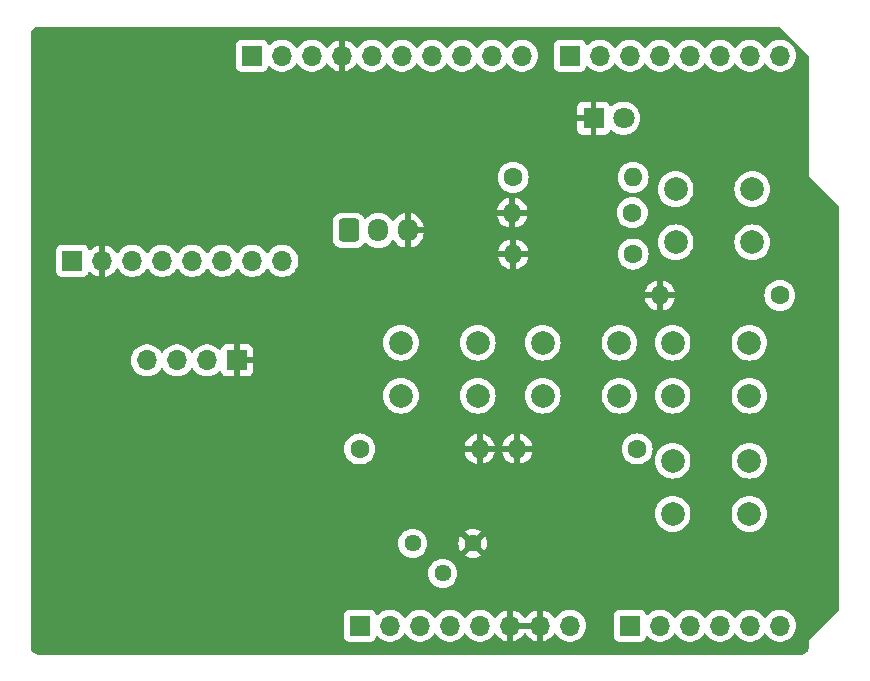
<source format=gbr>
%TF.GenerationSoftware,KiCad,Pcbnew,8.0.8*%
%TF.CreationDate,2025-02-03T19:45:29-07:00*%
%TF.ProjectId,Uno_Shield_ThermoPro,556e6f5f-5368-4696-956c-645f54686572,rev?*%
%TF.SameCoordinates,Original*%
%TF.FileFunction,Copper,L2,Bot*%
%TF.FilePolarity,Positive*%
%FSLAX46Y46*%
G04 Gerber Fmt 4.6, Leading zero omitted, Abs format (unit mm)*
G04 Created by KiCad (PCBNEW 8.0.8) date 2025-02-03 19:45:29*
%MOMM*%
%LPD*%
G01*
G04 APERTURE LIST*
G04 Aperture macros list*
%AMRoundRect*
0 Rectangle with rounded corners*
0 $1 Rounding radius*
0 $2 $3 $4 $5 $6 $7 $8 $9 X,Y pos of 4 corners*
0 Add a 4 corners polygon primitive as box body*
4,1,4,$2,$3,$4,$5,$6,$7,$8,$9,$2,$3,0*
0 Add four circle primitives for the rounded corners*
1,1,$1+$1,$2,$3*
1,1,$1+$1,$4,$5*
1,1,$1+$1,$6,$7*
1,1,$1+$1,$8,$9*
0 Add four rect primitives between the rounded corners*
20,1,$1+$1,$2,$3,$4,$5,0*
20,1,$1+$1,$4,$5,$6,$7,0*
20,1,$1+$1,$6,$7,$8,$9,0*
20,1,$1+$1,$8,$9,$2,$3,0*%
G04 Aperture macros list end*
%TA.AperFunction,ComponentPad*%
%ADD10R,1.700000X1.700000*%
%TD*%
%TA.AperFunction,ComponentPad*%
%ADD11O,1.700000X1.700000*%
%TD*%
%TA.AperFunction,ComponentPad*%
%ADD12C,2.000000*%
%TD*%
%TA.AperFunction,ComponentPad*%
%ADD13C,1.440000*%
%TD*%
%TA.AperFunction,ComponentPad*%
%ADD14RoundRect,0.250000X-0.600000X-0.725000X0.600000X-0.725000X0.600000X0.725000X-0.600000X0.725000X0*%
%TD*%
%TA.AperFunction,ComponentPad*%
%ADD15O,1.700000X1.950000*%
%TD*%
%TA.AperFunction,ComponentPad*%
%ADD16R,1.800000X1.800000*%
%TD*%
%TA.AperFunction,ComponentPad*%
%ADD17C,1.800000*%
%TD*%
%TA.AperFunction,ComponentPad*%
%ADD18C,1.600000*%
%TD*%
%TA.AperFunction,ComponentPad*%
%ADD19O,1.600000X1.600000*%
%TD*%
G04 APERTURE END LIST*
D10*
%TO.P,J1,1,Pin_1*%
%TO.N,unconnected-(J1-Pin_1-Pad1)*%
X127940000Y-97460000D03*
D11*
%TO.P,J1,2,Pin_2*%
%TO.N,/IOREF*%
X130480000Y-97460000D03*
%TO.P,J1,3,Pin_3*%
%TO.N,/~{RESET}*%
X133020000Y-97460000D03*
%TO.P,J1,4,Pin_4*%
%TO.N,+3V3*%
X135560000Y-97460000D03*
%TO.P,J1,5,Pin_5*%
%TO.N,+5V*%
X138100000Y-97460000D03*
%TO.P,J1,6,Pin_6*%
%TO.N,GND*%
X140640000Y-97460000D03*
%TO.P,J1,7,Pin_7*%
X143180000Y-97460000D03*
%TO.P,J1,8,Pin_8*%
%TO.N,VCC*%
X145720000Y-97460000D03*
%TD*%
D10*
%TO.P,J3,1,Pin_1*%
%TO.N,/TEMP_SENSOR*%
X150800000Y-97460000D03*
D11*
%TO.P,J3,2,Pin_2*%
%TO.N,/A1*%
X153340000Y-97460000D03*
%TO.P,J3,3,Pin_3*%
%TO.N,/A2*%
X155880000Y-97460000D03*
%TO.P,J3,4,Pin_4*%
%TO.N,/A3*%
X158420000Y-97460000D03*
%TO.P,J3,5,Pin_5*%
%TO.N,/SDA{slash}A4*%
X160960000Y-97460000D03*
%TO.P,J3,6,Pin_6*%
%TO.N,/SCL{slash}A5*%
X163500000Y-97460000D03*
%TD*%
D10*
%TO.P,J2,1,Pin_1*%
%TO.N,/I2C_SCL*%
X118796000Y-49200000D03*
D11*
%TO.P,J2,2,Pin_2*%
%TO.N,/I2C_SDA*%
X121336000Y-49200000D03*
%TO.P,J2,3,Pin_3*%
%TO.N,/AREF*%
X123876000Y-49200000D03*
%TO.P,J2,4,Pin_4*%
%TO.N,GND*%
X126416000Y-49200000D03*
%TO.P,J2,5,Pin_5*%
%TO.N,/TEMP_DIGITAL*%
X128956000Y-49200000D03*
%TO.P,J2,6,Pin_6*%
%TO.N,/BUTTON_LOCK*%
X131496000Y-49200000D03*
%TO.P,J2,7,Pin_7*%
%TO.N,/\u002A11*%
X134036000Y-49200000D03*
%TO.P,J2,8,Pin_8*%
%TO.N,/LED_LIGHT*%
X136576000Y-49200000D03*
%TO.P,J2,9,Pin_9*%
%TO.N,/\u002A9*%
X139116000Y-49200000D03*
%TO.P,J2,10,Pin_10*%
%TO.N,/8*%
X141656000Y-49200000D03*
%TD*%
D10*
%TO.P,J4,1,Pin_1*%
%TO.N,/BUTTON_CAL*%
X145720000Y-49200000D03*
D11*
%TO.P,J4,2,Pin_2*%
%TO.N,/\u002A6*%
X148260000Y-49200000D03*
%TO.P,J4,3,Pin_3*%
%TO.N,/\u002A5*%
X150800000Y-49200000D03*
%TO.P,J4,4,Pin_4*%
%TO.N,/BUTTON_ON{slash}OFF*%
X153340000Y-49200000D03*
%TO.P,J4,5,Pin_5*%
%TO.N,/BUTTON_LIGHT*%
X155880000Y-49200000D03*
%TO.P,J4,6,Pin_6*%
%TO.N,/BUTTON_UNIT*%
X158420000Y-49200000D03*
%TO.P,J4,7,Pin_7*%
%TO.N,/TX{slash}1*%
X160960000Y-49200000D03*
%TO.P,J4,8,Pin_8*%
%TO.N,/RX{slash}0*%
X163500000Y-49200000D03*
%TD*%
D12*
%TO.P,SW2,1,A*%
%TO.N,/BUTTON_LIGHT*%
X154420000Y-73500000D03*
X160920000Y-73500000D03*
%TO.P,SW2,2,B*%
%TO.N,+5V*%
X154420000Y-78000000D03*
X160920000Y-78000000D03*
%TD*%
%TO.P,SW4,1,A*%
%TO.N,/BUTTON_CAL*%
X143420000Y-73500000D03*
X149920000Y-73500000D03*
%TO.P,SW4,2,B*%
%TO.N,+5V*%
X143420000Y-78000000D03*
X149920000Y-78000000D03*
%TD*%
D13*
%TO.P,RV1,1,1*%
%TO.N,+5V*%
X132420000Y-90500000D03*
%TO.P,RV1,2,2*%
%TO.N,/TEMP_SENSOR*%
X134960000Y-93040000D03*
%TO.P,RV1,3,3*%
%TO.N,GND*%
X137500000Y-90500000D03*
%TD*%
D12*
%TO.P,SW5,1,A*%
%TO.N,/BUTTON_LOCK*%
X131420000Y-73500000D03*
X137920000Y-73500000D03*
%TO.P,SW5,2,B*%
%TO.N,+5V*%
X131420000Y-78000000D03*
X137920000Y-78000000D03*
%TD*%
D14*
%TO.P,J7,1,Pin_1*%
%TO.N,+5V*%
X127000000Y-64000000D03*
D15*
%TO.P,J7,2,Pin_2*%
%TO.N,/TEMP_DIGITAL*%
X129500000Y-64000000D03*
%TO.P,J7,3,Pin_3*%
%TO.N,GND*%
X132000000Y-64000000D03*
%TD*%
D16*
%TO.P,D1,1,K*%
%TO.N,GND*%
X147725000Y-54500000D03*
D17*
%TO.P,D1,2,A*%
%TO.N,Net-(D1-A)*%
X150265000Y-54500000D03*
%TD*%
D18*
%TO.P,R1,1*%
%TO.N,/LED_LIGHT*%
X140920000Y-59500000D03*
D19*
%TO.P,R1,2*%
%TO.N,Net-(D1-A)*%
X151080000Y-59500000D03*
%TD*%
D10*
%TO.P,J6,1,Pin_1*%
%TO.N,GND*%
X117540000Y-75000000D03*
D11*
%TO.P,J6,2,Pin_2*%
%TO.N,+5V*%
X115000000Y-75000000D03*
%TO.P,J6,3,Pin_3*%
%TO.N,/I2C_SCL*%
X112460000Y-75000000D03*
%TO.P,J6,4,Pin_4*%
%TO.N,/I2C_SDA*%
X109920000Y-75000000D03*
%TD*%
D18*
%TO.P,R4,1*%
%TO.N,/BUTTON_UNIT*%
X151420000Y-82500000D03*
D19*
%TO.P,R4,2*%
%TO.N,GND*%
X141260000Y-82500000D03*
%TD*%
D18*
%TO.P,R3,1*%
%TO.N,/BUTTON_LIGHT*%
X163500000Y-69500000D03*
D19*
%TO.P,R3,2*%
%TO.N,GND*%
X153340000Y-69500000D03*
%TD*%
D18*
%TO.P,R2,1*%
%TO.N,/BUTTON_ON{slash}OFF*%
X151000000Y-62500000D03*
D19*
%TO.P,R2,2*%
%TO.N,GND*%
X140840000Y-62500000D03*
%TD*%
D18*
%TO.P,R6,1*%
%TO.N,/BUTTON_LOCK*%
X127920000Y-82500000D03*
D19*
%TO.P,R6,2*%
%TO.N,GND*%
X138080000Y-82500000D03*
%TD*%
D12*
%TO.P,SW1,1,A*%
%TO.N,/BUTTON_ON{slash}OFF*%
X154670000Y-60500000D03*
X161170000Y-60500000D03*
%TO.P,SW1,2,B*%
%TO.N,+5V*%
X154670000Y-65000000D03*
X161170000Y-65000000D03*
%TD*%
D18*
%TO.P,R5,1*%
%TO.N,/BUTTON_CAL*%
X151080000Y-66000000D03*
D19*
%TO.P,R5,2*%
%TO.N,GND*%
X140920000Y-66000000D03*
%TD*%
D12*
%TO.P,SW3,1,A*%
%TO.N,/BUTTON_UNIT*%
X154420000Y-83500000D03*
X160920000Y-83500000D03*
%TO.P,SW3,2,B*%
%TO.N,+5V*%
X154420000Y-88000000D03*
X160920000Y-88000000D03*
%TD*%
D10*
%TO.P,J5,1,Pin_1*%
%TO.N,+5V*%
X103595000Y-66570238D03*
D11*
%TO.P,J5,2,Pin_2*%
%TO.N,GND*%
X106135000Y-66570238D03*
%TO.P,J5,3,Pin_3*%
%TO.N,/I2C_SCL*%
X108675000Y-66570238D03*
%TO.P,J5,4,Pin_4*%
%TO.N,/I2C_SDA*%
X111215000Y-66570238D03*
%TO.P,J5,5,Pin_5*%
%TO.N,unconnected-(J5-Pin_5-Pad5)*%
X113755000Y-66570238D03*
%TO.P,J5,6,Pin_6*%
%TO.N,unconnected-(J5-Pin_6-Pad6)*%
X116295000Y-66570238D03*
%TO.P,J5,7,Pin_7*%
%TO.N,unconnected-(J5-Pin_7-Pad7)*%
X118835000Y-66570238D03*
%TO.P,J5,8,Pin_8*%
%TO.N,unconnected-(J5-Pin_8-Pad8)*%
X121375000Y-66570238D03*
%TD*%
%TA.AperFunction,Conductor*%
%TO.N,GND*%
G36*
X142714075Y-97267007D02*
G01*
X142680000Y-97394174D01*
X142680000Y-97525826D01*
X142714075Y-97652993D01*
X142746988Y-97710000D01*
X141073012Y-97710000D01*
X141105925Y-97652993D01*
X141140000Y-97525826D01*
X141140000Y-97394174D01*
X141105925Y-97267007D01*
X141073012Y-97210000D01*
X142746988Y-97210000D01*
X142714075Y-97267007D01*
G37*
%TD.AperFunction*%
%TA.AperFunction,Conductor*%
G36*
X163484404Y-46755185D02*
G01*
X163505046Y-46771819D01*
X165928181Y-49194954D01*
X165961666Y-49256277D01*
X165964500Y-49282635D01*
X165964500Y-59344982D01*
X165964500Y-59375018D01*
X165975994Y-59402767D01*
X165975995Y-59402768D01*
X168468181Y-61894954D01*
X168501666Y-61956277D01*
X168504500Y-61982635D01*
X168504500Y-96107364D01*
X168484815Y-96174403D01*
X168468181Y-96195045D01*
X165997233Y-98665994D01*
X165975995Y-98687231D01*
X165964500Y-98714982D01*
X165964500Y-99231907D01*
X165963903Y-99244062D01*
X165952505Y-99359778D01*
X165947763Y-99383618D01*
X165917832Y-99482290D01*
X165915789Y-99489024D01*
X165906486Y-99511482D01*
X165854561Y-99608627D01*
X165841056Y-99628839D01*
X165771176Y-99713988D01*
X165753988Y-99731176D01*
X165668839Y-99801056D01*
X165648627Y-99814561D01*
X165551482Y-99866486D01*
X165529028Y-99875787D01*
X165487028Y-99888528D01*
X165423618Y-99907763D01*
X165399778Y-99912505D01*
X165291162Y-99923203D01*
X165284060Y-99923903D01*
X165271907Y-99924500D01*
X100768093Y-99924500D01*
X100755939Y-99923903D01*
X100747995Y-99923120D01*
X100640221Y-99912505D01*
X100616381Y-99907763D01*
X100599445Y-99902625D01*
X100510968Y-99875786D01*
X100488517Y-99866486D01*
X100391372Y-99814561D01*
X100371160Y-99801056D01*
X100286011Y-99731176D01*
X100268823Y-99713988D01*
X100198943Y-99628839D01*
X100185438Y-99608627D01*
X100133510Y-99511476D01*
X100124215Y-99489037D01*
X100092234Y-99383612D01*
X100087494Y-99359777D01*
X100076097Y-99244061D01*
X100075500Y-99231907D01*
X100075500Y-96561345D01*
X126581500Y-96561345D01*
X126581500Y-98358654D01*
X126588011Y-98419202D01*
X126588011Y-98419204D01*
X126639111Y-98556204D01*
X126726739Y-98673261D01*
X126843796Y-98760889D01*
X126980799Y-98811989D01*
X127008050Y-98814918D01*
X127041345Y-98818499D01*
X127041362Y-98818500D01*
X128838638Y-98818500D01*
X128838654Y-98818499D01*
X128865692Y-98815591D01*
X128899201Y-98811989D01*
X129036204Y-98760889D01*
X129153261Y-98673261D01*
X129240889Y-98556204D01*
X129286138Y-98434887D01*
X129328009Y-98378956D01*
X129393474Y-98354539D01*
X129461746Y-98369391D01*
X129493545Y-98394236D01*
X129556760Y-98462906D01*
X129734424Y-98601189D01*
X129734425Y-98601189D01*
X129734427Y-98601191D01*
X129861135Y-98669761D01*
X129932426Y-98708342D01*
X130145365Y-98781444D01*
X130367431Y-98818500D01*
X130592569Y-98818500D01*
X130814635Y-98781444D01*
X131027574Y-98708342D01*
X131225576Y-98601189D01*
X131403240Y-98462906D01*
X131524594Y-98331082D01*
X131555715Y-98297276D01*
X131555715Y-98297275D01*
X131555722Y-98297268D01*
X131646193Y-98158790D01*
X131699338Y-98113437D01*
X131768569Y-98104013D01*
X131831905Y-98133515D01*
X131853804Y-98158787D01*
X131944278Y-98297268D01*
X131944283Y-98297273D01*
X131944284Y-98297276D01*
X132070968Y-98434889D01*
X132096760Y-98462906D01*
X132274424Y-98601189D01*
X132274425Y-98601189D01*
X132274427Y-98601191D01*
X132401135Y-98669761D01*
X132472426Y-98708342D01*
X132685365Y-98781444D01*
X132907431Y-98818500D01*
X133132569Y-98818500D01*
X133354635Y-98781444D01*
X133567574Y-98708342D01*
X133765576Y-98601189D01*
X133943240Y-98462906D01*
X134064594Y-98331082D01*
X134095715Y-98297276D01*
X134095715Y-98297275D01*
X134095722Y-98297268D01*
X134186193Y-98158790D01*
X134239338Y-98113437D01*
X134308569Y-98104013D01*
X134371905Y-98133515D01*
X134393804Y-98158787D01*
X134484278Y-98297268D01*
X134484283Y-98297273D01*
X134484284Y-98297276D01*
X134610968Y-98434889D01*
X134636760Y-98462906D01*
X134814424Y-98601189D01*
X134814425Y-98601189D01*
X134814427Y-98601191D01*
X134941135Y-98669761D01*
X135012426Y-98708342D01*
X135225365Y-98781444D01*
X135447431Y-98818500D01*
X135672569Y-98818500D01*
X135894635Y-98781444D01*
X136107574Y-98708342D01*
X136305576Y-98601189D01*
X136483240Y-98462906D01*
X136604594Y-98331082D01*
X136635715Y-98297276D01*
X136635715Y-98297275D01*
X136635722Y-98297268D01*
X136726193Y-98158790D01*
X136779338Y-98113437D01*
X136848569Y-98104013D01*
X136911905Y-98133515D01*
X136933804Y-98158787D01*
X137024278Y-98297268D01*
X137024283Y-98297273D01*
X137024284Y-98297276D01*
X137150968Y-98434889D01*
X137176760Y-98462906D01*
X137354424Y-98601189D01*
X137354425Y-98601189D01*
X137354427Y-98601191D01*
X137481135Y-98669761D01*
X137552426Y-98708342D01*
X137765365Y-98781444D01*
X137987431Y-98818500D01*
X138212569Y-98818500D01*
X138434635Y-98781444D01*
X138647574Y-98708342D01*
X138845576Y-98601189D01*
X139023240Y-98462906D01*
X139144594Y-98331082D01*
X139175715Y-98297276D01*
X139175715Y-98297275D01*
X139175722Y-98297268D01*
X139269749Y-98153347D01*
X139322894Y-98107994D01*
X139392125Y-98098570D01*
X139455461Y-98128072D01*
X139475130Y-98150048D01*
X139601890Y-98331078D01*
X139768917Y-98498105D01*
X139962421Y-98633600D01*
X140176507Y-98733429D01*
X140176516Y-98733433D01*
X140390000Y-98790634D01*
X140390000Y-97893012D01*
X140447007Y-97925925D01*
X140574174Y-97960000D01*
X140705826Y-97960000D01*
X140832993Y-97925925D01*
X140890000Y-97893012D01*
X140890000Y-98790633D01*
X141103483Y-98733433D01*
X141103492Y-98733429D01*
X141317578Y-98633600D01*
X141511082Y-98498105D01*
X141678105Y-98331082D01*
X141808425Y-98144968D01*
X141863002Y-98101344D01*
X141932501Y-98094151D01*
X141994855Y-98125673D01*
X142011575Y-98144968D01*
X142141894Y-98331082D01*
X142308917Y-98498105D01*
X142502421Y-98633600D01*
X142716507Y-98733429D01*
X142716516Y-98733433D01*
X142930000Y-98790634D01*
X142930000Y-97893012D01*
X142987007Y-97925925D01*
X143114174Y-97960000D01*
X143245826Y-97960000D01*
X143372993Y-97925925D01*
X143430000Y-97893012D01*
X143430000Y-98790633D01*
X143643483Y-98733433D01*
X143643492Y-98733429D01*
X143857578Y-98633600D01*
X144051082Y-98498105D01*
X144218105Y-98331082D01*
X144344868Y-98150048D01*
X144399445Y-98106423D01*
X144468944Y-98099231D01*
X144531298Y-98130753D01*
X144550251Y-98153350D01*
X144644276Y-98297265D01*
X144644284Y-98297276D01*
X144770968Y-98434889D01*
X144796760Y-98462906D01*
X144974424Y-98601189D01*
X144974425Y-98601189D01*
X144974427Y-98601191D01*
X145101135Y-98669761D01*
X145172426Y-98708342D01*
X145385365Y-98781444D01*
X145607431Y-98818500D01*
X145832569Y-98818500D01*
X146054635Y-98781444D01*
X146267574Y-98708342D01*
X146465576Y-98601189D01*
X146643240Y-98462906D01*
X146764594Y-98331082D01*
X146795715Y-98297276D01*
X146795717Y-98297273D01*
X146795722Y-98297268D01*
X146918860Y-98108791D01*
X147009296Y-97902616D01*
X147064564Y-97684368D01*
X147067164Y-97652993D01*
X147083156Y-97460005D01*
X147083156Y-97459994D01*
X147064565Y-97235640D01*
X147064563Y-97235628D01*
X147009296Y-97017385D01*
X146999071Y-96994075D01*
X146918860Y-96811209D01*
X146902706Y-96786484D01*
X146795723Y-96622734D01*
X146795715Y-96622723D01*
X146739212Y-96561345D01*
X149441500Y-96561345D01*
X149441500Y-98358654D01*
X149448011Y-98419202D01*
X149448011Y-98419204D01*
X149499111Y-98556204D01*
X149586739Y-98673261D01*
X149703796Y-98760889D01*
X149840799Y-98811989D01*
X149868050Y-98814918D01*
X149901345Y-98818499D01*
X149901362Y-98818500D01*
X151698638Y-98818500D01*
X151698654Y-98818499D01*
X151725692Y-98815591D01*
X151759201Y-98811989D01*
X151896204Y-98760889D01*
X152013261Y-98673261D01*
X152100889Y-98556204D01*
X152146138Y-98434887D01*
X152188009Y-98378956D01*
X152253474Y-98354539D01*
X152321746Y-98369391D01*
X152353545Y-98394236D01*
X152416760Y-98462906D01*
X152594424Y-98601189D01*
X152594425Y-98601189D01*
X152594427Y-98601191D01*
X152721135Y-98669761D01*
X152792426Y-98708342D01*
X153005365Y-98781444D01*
X153227431Y-98818500D01*
X153452569Y-98818500D01*
X153674635Y-98781444D01*
X153887574Y-98708342D01*
X154085576Y-98601189D01*
X154263240Y-98462906D01*
X154384594Y-98331082D01*
X154415715Y-98297276D01*
X154415715Y-98297275D01*
X154415722Y-98297268D01*
X154506193Y-98158790D01*
X154559338Y-98113437D01*
X154628569Y-98104013D01*
X154691905Y-98133515D01*
X154713804Y-98158787D01*
X154804278Y-98297268D01*
X154804283Y-98297273D01*
X154804284Y-98297276D01*
X154930968Y-98434889D01*
X154956760Y-98462906D01*
X155134424Y-98601189D01*
X155134425Y-98601189D01*
X155134427Y-98601191D01*
X155261135Y-98669761D01*
X155332426Y-98708342D01*
X155545365Y-98781444D01*
X155767431Y-98818500D01*
X155992569Y-98818500D01*
X156214635Y-98781444D01*
X156427574Y-98708342D01*
X156625576Y-98601189D01*
X156803240Y-98462906D01*
X156924594Y-98331082D01*
X156955715Y-98297276D01*
X156955715Y-98297275D01*
X156955722Y-98297268D01*
X157046193Y-98158790D01*
X157099338Y-98113437D01*
X157168569Y-98104013D01*
X157231905Y-98133515D01*
X157253804Y-98158787D01*
X157344278Y-98297268D01*
X157344283Y-98297273D01*
X157344284Y-98297276D01*
X157470968Y-98434889D01*
X157496760Y-98462906D01*
X157674424Y-98601189D01*
X157674425Y-98601189D01*
X157674427Y-98601191D01*
X157801135Y-98669761D01*
X157872426Y-98708342D01*
X158085365Y-98781444D01*
X158307431Y-98818500D01*
X158532569Y-98818500D01*
X158754635Y-98781444D01*
X158967574Y-98708342D01*
X159165576Y-98601189D01*
X159343240Y-98462906D01*
X159464594Y-98331082D01*
X159495715Y-98297276D01*
X159495715Y-98297275D01*
X159495722Y-98297268D01*
X159586193Y-98158790D01*
X159639338Y-98113437D01*
X159708569Y-98104013D01*
X159771905Y-98133515D01*
X159793804Y-98158787D01*
X159884278Y-98297268D01*
X159884283Y-98297273D01*
X159884284Y-98297276D01*
X160010968Y-98434889D01*
X160036760Y-98462906D01*
X160214424Y-98601189D01*
X160214425Y-98601189D01*
X160214427Y-98601191D01*
X160341135Y-98669761D01*
X160412426Y-98708342D01*
X160625365Y-98781444D01*
X160847431Y-98818500D01*
X161072569Y-98818500D01*
X161294635Y-98781444D01*
X161507574Y-98708342D01*
X161705576Y-98601189D01*
X161883240Y-98462906D01*
X162004594Y-98331082D01*
X162035715Y-98297276D01*
X162035715Y-98297275D01*
X162035722Y-98297268D01*
X162126193Y-98158790D01*
X162179338Y-98113437D01*
X162248569Y-98104013D01*
X162311905Y-98133515D01*
X162333804Y-98158787D01*
X162424278Y-98297268D01*
X162424283Y-98297273D01*
X162424284Y-98297276D01*
X162550968Y-98434889D01*
X162576760Y-98462906D01*
X162754424Y-98601189D01*
X162754425Y-98601189D01*
X162754427Y-98601191D01*
X162881135Y-98669761D01*
X162952426Y-98708342D01*
X163165365Y-98781444D01*
X163387431Y-98818500D01*
X163612569Y-98818500D01*
X163834635Y-98781444D01*
X164047574Y-98708342D01*
X164245576Y-98601189D01*
X164423240Y-98462906D01*
X164544594Y-98331082D01*
X164575715Y-98297276D01*
X164575717Y-98297273D01*
X164575722Y-98297268D01*
X164698860Y-98108791D01*
X164789296Y-97902616D01*
X164844564Y-97684368D01*
X164847164Y-97652993D01*
X164863156Y-97460005D01*
X164863156Y-97459994D01*
X164844565Y-97235640D01*
X164844563Y-97235628D01*
X164789296Y-97017385D01*
X164779071Y-96994075D01*
X164698860Y-96811209D01*
X164682706Y-96786484D01*
X164575723Y-96622734D01*
X164575715Y-96622723D01*
X164423243Y-96457097D01*
X164423238Y-96457092D01*
X164245577Y-96318812D01*
X164245572Y-96318808D01*
X164047580Y-96211661D01*
X164047577Y-96211659D01*
X164047574Y-96211658D01*
X164047571Y-96211657D01*
X164047569Y-96211656D01*
X163834637Y-96138556D01*
X163612569Y-96101500D01*
X163387431Y-96101500D01*
X163165362Y-96138556D01*
X162952430Y-96211656D01*
X162952419Y-96211661D01*
X162754427Y-96318808D01*
X162754422Y-96318812D01*
X162576761Y-96457092D01*
X162576756Y-96457097D01*
X162424284Y-96622723D01*
X162424276Y-96622734D01*
X162333808Y-96761206D01*
X162280662Y-96806562D01*
X162211431Y-96815986D01*
X162148095Y-96786484D01*
X162126192Y-96761206D01*
X162035723Y-96622734D01*
X162035715Y-96622723D01*
X161883243Y-96457097D01*
X161883238Y-96457092D01*
X161705577Y-96318812D01*
X161705572Y-96318808D01*
X161507580Y-96211661D01*
X161507577Y-96211659D01*
X161507574Y-96211658D01*
X161507571Y-96211657D01*
X161507569Y-96211656D01*
X161294637Y-96138556D01*
X161072569Y-96101500D01*
X160847431Y-96101500D01*
X160625362Y-96138556D01*
X160412430Y-96211656D01*
X160412419Y-96211661D01*
X160214427Y-96318808D01*
X160214422Y-96318812D01*
X160036761Y-96457092D01*
X160036756Y-96457097D01*
X159884284Y-96622723D01*
X159884276Y-96622734D01*
X159793808Y-96761206D01*
X159740662Y-96806562D01*
X159671431Y-96815986D01*
X159608095Y-96786484D01*
X159586192Y-96761206D01*
X159495723Y-96622734D01*
X159495715Y-96622723D01*
X159343243Y-96457097D01*
X159343238Y-96457092D01*
X159165577Y-96318812D01*
X159165572Y-96318808D01*
X158967580Y-96211661D01*
X158967577Y-96211659D01*
X158967574Y-96211658D01*
X158967571Y-96211657D01*
X158967569Y-96211656D01*
X158754637Y-96138556D01*
X158532569Y-96101500D01*
X158307431Y-96101500D01*
X158085362Y-96138556D01*
X157872430Y-96211656D01*
X157872419Y-96211661D01*
X157674427Y-96318808D01*
X157674422Y-96318812D01*
X157496761Y-96457092D01*
X157496756Y-96457097D01*
X157344284Y-96622723D01*
X157344276Y-96622734D01*
X157253808Y-96761206D01*
X157200662Y-96806562D01*
X157131431Y-96815986D01*
X157068095Y-96786484D01*
X157046192Y-96761206D01*
X156955723Y-96622734D01*
X156955715Y-96622723D01*
X156803243Y-96457097D01*
X156803238Y-96457092D01*
X156625577Y-96318812D01*
X156625572Y-96318808D01*
X156427580Y-96211661D01*
X156427577Y-96211659D01*
X156427574Y-96211658D01*
X156427571Y-96211657D01*
X156427569Y-96211656D01*
X156214637Y-96138556D01*
X155992569Y-96101500D01*
X155767431Y-96101500D01*
X155545362Y-96138556D01*
X155332430Y-96211656D01*
X155332419Y-96211661D01*
X155134427Y-96318808D01*
X155134422Y-96318812D01*
X154956761Y-96457092D01*
X154956756Y-96457097D01*
X154804284Y-96622723D01*
X154804276Y-96622734D01*
X154713808Y-96761206D01*
X154660662Y-96806562D01*
X154591431Y-96815986D01*
X154528095Y-96786484D01*
X154506192Y-96761206D01*
X154415723Y-96622734D01*
X154415715Y-96622723D01*
X154263243Y-96457097D01*
X154263238Y-96457092D01*
X154085577Y-96318812D01*
X154085572Y-96318808D01*
X153887580Y-96211661D01*
X153887577Y-96211659D01*
X153887574Y-96211658D01*
X153887571Y-96211657D01*
X153887569Y-96211656D01*
X153674637Y-96138556D01*
X153452569Y-96101500D01*
X153227431Y-96101500D01*
X153005362Y-96138556D01*
X152792430Y-96211656D01*
X152792419Y-96211661D01*
X152594427Y-96318808D01*
X152594422Y-96318812D01*
X152416761Y-96457092D01*
X152353548Y-96525760D01*
X152293661Y-96561750D01*
X152223823Y-96559649D01*
X152166207Y-96520124D01*
X152146138Y-96485110D01*
X152100889Y-96363796D01*
X152067214Y-96318812D01*
X152013261Y-96246739D01*
X151896204Y-96159111D01*
X151895172Y-96158726D01*
X151759203Y-96108011D01*
X151698654Y-96101500D01*
X151698638Y-96101500D01*
X149901362Y-96101500D01*
X149901345Y-96101500D01*
X149840797Y-96108011D01*
X149840795Y-96108011D01*
X149703795Y-96159111D01*
X149586739Y-96246739D01*
X149499111Y-96363795D01*
X149448011Y-96500795D01*
X149448011Y-96500797D01*
X149441500Y-96561345D01*
X146739212Y-96561345D01*
X146643243Y-96457097D01*
X146643238Y-96457092D01*
X146465577Y-96318812D01*
X146465572Y-96318808D01*
X146267580Y-96211661D01*
X146267577Y-96211659D01*
X146267574Y-96211658D01*
X146267571Y-96211657D01*
X146267569Y-96211656D01*
X146054637Y-96138556D01*
X145832569Y-96101500D01*
X145607431Y-96101500D01*
X145385362Y-96138556D01*
X145172430Y-96211656D01*
X145172419Y-96211661D01*
X144974427Y-96318808D01*
X144974422Y-96318812D01*
X144796761Y-96457092D01*
X144796756Y-96457097D01*
X144644284Y-96622723D01*
X144644276Y-96622734D01*
X144550251Y-96766650D01*
X144497105Y-96812007D01*
X144427873Y-96821430D01*
X144364538Y-96791928D01*
X144344868Y-96769951D01*
X144218113Y-96588926D01*
X144218108Y-96588920D01*
X144051082Y-96421894D01*
X143857578Y-96286399D01*
X143643492Y-96186570D01*
X143643486Y-96186567D01*
X143430000Y-96129364D01*
X143430000Y-97026988D01*
X143372993Y-96994075D01*
X143245826Y-96960000D01*
X143114174Y-96960000D01*
X142987007Y-96994075D01*
X142930000Y-97026988D01*
X142930000Y-96129364D01*
X142929999Y-96129364D01*
X142716513Y-96186567D01*
X142716507Y-96186570D01*
X142502422Y-96286399D01*
X142502420Y-96286400D01*
X142308926Y-96421886D01*
X142308920Y-96421891D01*
X142141891Y-96588920D01*
X142141890Y-96588922D01*
X142011575Y-96775031D01*
X141956998Y-96818655D01*
X141887499Y-96825848D01*
X141825145Y-96794326D01*
X141808425Y-96775031D01*
X141678109Y-96588922D01*
X141678108Y-96588920D01*
X141511082Y-96421894D01*
X141317578Y-96286399D01*
X141103492Y-96186570D01*
X141103486Y-96186567D01*
X140890000Y-96129364D01*
X140890000Y-97026988D01*
X140832993Y-96994075D01*
X140705826Y-96960000D01*
X140574174Y-96960000D01*
X140447007Y-96994075D01*
X140390000Y-97026988D01*
X140390000Y-96129364D01*
X140389999Y-96129364D01*
X140176513Y-96186567D01*
X140176507Y-96186570D01*
X139962422Y-96286399D01*
X139962420Y-96286400D01*
X139768926Y-96421886D01*
X139768920Y-96421891D01*
X139601891Y-96588920D01*
X139601890Y-96588922D01*
X139475131Y-96769952D01*
X139420554Y-96813577D01*
X139351055Y-96820769D01*
X139288701Y-96789247D01*
X139269752Y-96766656D01*
X139175722Y-96622732D01*
X139175715Y-96622725D01*
X139175715Y-96622723D01*
X139023243Y-96457097D01*
X139023238Y-96457092D01*
X138845577Y-96318812D01*
X138845572Y-96318808D01*
X138647580Y-96211661D01*
X138647577Y-96211659D01*
X138647574Y-96211658D01*
X138647571Y-96211657D01*
X138647569Y-96211656D01*
X138434637Y-96138556D01*
X138212569Y-96101500D01*
X137987431Y-96101500D01*
X137765362Y-96138556D01*
X137552430Y-96211656D01*
X137552419Y-96211661D01*
X137354427Y-96318808D01*
X137354422Y-96318812D01*
X137176761Y-96457092D01*
X137176756Y-96457097D01*
X137024284Y-96622723D01*
X137024276Y-96622734D01*
X136933808Y-96761206D01*
X136880662Y-96806562D01*
X136811431Y-96815986D01*
X136748095Y-96786484D01*
X136726192Y-96761206D01*
X136635723Y-96622734D01*
X136635715Y-96622723D01*
X136483243Y-96457097D01*
X136483238Y-96457092D01*
X136305577Y-96318812D01*
X136305572Y-96318808D01*
X136107580Y-96211661D01*
X136107577Y-96211659D01*
X136107574Y-96211658D01*
X136107571Y-96211657D01*
X136107569Y-96211656D01*
X135894637Y-96138556D01*
X135672569Y-96101500D01*
X135447431Y-96101500D01*
X135225362Y-96138556D01*
X135012430Y-96211656D01*
X135012419Y-96211661D01*
X134814427Y-96318808D01*
X134814422Y-96318812D01*
X134636761Y-96457092D01*
X134636756Y-96457097D01*
X134484284Y-96622723D01*
X134484276Y-96622734D01*
X134393808Y-96761206D01*
X134340662Y-96806562D01*
X134271431Y-96815986D01*
X134208095Y-96786484D01*
X134186192Y-96761206D01*
X134095723Y-96622734D01*
X134095715Y-96622723D01*
X133943243Y-96457097D01*
X133943238Y-96457092D01*
X133765577Y-96318812D01*
X133765572Y-96318808D01*
X133567580Y-96211661D01*
X133567577Y-96211659D01*
X133567574Y-96211658D01*
X133567571Y-96211657D01*
X133567569Y-96211656D01*
X133354637Y-96138556D01*
X133132569Y-96101500D01*
X132907431Y-96101500D01*
X132685362Y-96138556D01*
X132472430Y-96211656D01*
X132472419Y-96211661D01*
X132274427Y-96318808D01*
X132274422Y-96318812D01*
X132096761Y-96457092D01*
X132096756Y-96457097D01*
X131944284Y-96622723D01*
X131944276Y-96622734D01*
X131853808Y-96761206D01*
X131800662Y-96806562D01*
X131731431Y-96815986D01*
X131668095Y-96786484D01*
X131646192Y-96761206D01*
X131555723Y-96622734D01*
X131555715Y-96622723D01*
X131403243Y-96457097D01*
X131403238Y-96457092D01*
X131225577Y-96318812D01*
X131225572Y-96318808D01*
X131027580Y-96211661D01*
X131027577Y-96211659D01*
X131027574Y-96211658D01*
X131027571Y-96211657D01*
X131027569Y-96211656D01*
X130814637Y-96138556D01*
X130592569Y-96101500D01*
X130367431Y-96101500D01*
X130145362Y-96138556D01*
X129932430Y-96211656D01*
X129932419Y-96211661D01*
X129734427Y-96318808D01*
X129734422Y-96318812D01*
X129556761Y-96457092D01*
X129493548Y-96525760D01*
X129433661Y-96561750D01*
X129363823Y-96559649D01*
X129306207Y-96520124D01*
X129286138Y-96485110D01*
X129240889Y-96363796D01*
X129207214Y-96318812D01*
X129153261Y-96246739D01*
X129036204Y-96159111D01*
X129035172Y-96158726D01*
X128899203Y-96108011D01*
X128838654Y-96101500D01*
X128838638Y-96101500D01*
X127041362Y-96101500D01*
X127041345Y-96101500D01*
X126980797Y-96108011D01*
X126980795Y-96108011D01*
X126843795Y-96159111D01*
X126726739Y-96246739D01*
X126639111Y-96363795D01*
X126588011Y-96500795D01*
X126588011Y-96500797D01*
X126581500Y-96561345D01*
X100075500Y-96561345D01*
X100075500Y-93039998D01*
X133726807Y-93039998D01*
X133726807Y-93040001D01*
X133745541Y-93254136D01*
X133745542Y-93254144D01*
X133801176Y-93461772D01*
X133801177Y-93461774D01*
X133801178Y-93461777D01*
X133892024Y-93656597D01*
X133892026Y-93656601D01*
X134015319Y-93832682D01*
X134167317Y-93984680D01*
X134343398Y-94107973D01*
X134343400Y-94107974D01*
X134343403Y-94107976D01*
X134538223Y-94198822D01*
X134745858Y-94254458D01*
X134898816Y-94267840D01*
X134959998Y-94273193D01*
X134960000Y-94273193D01*
X134960002Y-94273193D01*
X135013535Y-94268509D01*
X135174142Y-94254458D01*
X135381777Y-94198822D01*
X135576597Y-94107976D01*
X135752681Y-93984681D01*
X135904681Y-93832681D01*
X136027976Y-93656597D01*
X136118822Y-93461777D01*
X136174458Y-93254142D01*
X136193193Y-93040000D01*
X136174458Y-92825858D01*
X136118822Y-92618223D01*
X136027976Y-92423404D01*
X135904681Y-92247319D01*
X135904679Y-92247316D01*
X135752682Y-92095319D01*
X135576601Y-91972026D01*
X135576597Y-91972024D01*
X135576595Y-91972023D01*
X135381777Y-91881178D01*
X135381774Y-91881177D01*
X135381772Y-91881176D01*
X135174144Y-91825542D01*
X135174136Y-91825541D01*
X134960002Y-91806807D01*
X134959998Y-91806807D01*
X134745863Y-91825541D01*
X134745855Y-91825542D01*
X134538227Y-91881176D01*
X134538221Y-91881179D01*
X134343405Y-91972023D01*
X134343403Y-91972024D01*
X134167316Y-92095320D01*
X134015320Y-92247316D01*
X133892024Y-92423403D01*
X133892023Y-92423405D01*
X133801179Y-92618221D01*
X133801176Y-92618227D01*
X133745542Y-92825855D01*
X133745541Y-92825863D01*
X133726807Y-93039998D01*
X100075500Y-93039998D01*
X100075500Y-90499998D01*
X131186807Y-90499998D01*
X131186807Y-90500001D01*
X131205541Y-90714136D01*
X131205542Y-90714144D01*
X131261176Y-90921772D01*
X131261177Y-90921774D01*
X131261178Y-90921777D01*
X131350032Y-91112325D01*
X131352024Y-91116597D01*
X131352026Y-91116601D01*
X131475319Y-91292682D01*
X131627317Y-91444680D01*
X131803398Y-91567973D01*
X131803400Y-91567974D01*
X131803403Y-91567976D01*
X131998223Y-91658822D01*
X132205858Y-91714458D01*
X132358816Y-91727840D01*
X132419998Y-91733193D01*
X132420000Y-91733193D01*
X132420002Y-91733193D01*
X132473535Y-91728509D01*
X132634142Y-91714458D01*
X132841777Y-91658822D01*
X133036597Y-91567976D01*
X133212681Y-91444681D01*
X133364681Y-91292681D01*
X133487976Y-91116597D01*
X133578822Y-90921777D01*
X133634458Y-90714142D01*
X133653193Y-90500000D01*
X133653193Y-90499997D01*
X136275340Y-90499997D01*
X136275340Y-90500002D01*
X136293944Y-90712654D01*
X136293945Y-90712662D01*
X136349194Y-90918853D01*
X136349197Y-90918859D01*
X136439413Y-91112329D01*
X136478415Y-91168030D01*
X137100000Y-90546445D01*
X137100000Y-90552661D01*
X137127259Y-90654394D01*
X137179920Y-90745606D01*
X137254394Y-90820080D01*
X137345606Y-90872741D01*
X137447339Y-90900000D01*
X137453554Y-90900000D01*
X136831968Y-91521584D01*
X136887663Y-91560582D01*
X136887669Y-91560586D01*
X137081140Y-91650802D01*
X137081146Y-91650805D01*
X137287337Y-91706054D01*
X137287345Y-91706055D01*
X137499998Y-91724660D01*
X137500002Y-91724660D01*
X137712654Y-91706055D01*
X137712662Y-91706054D01*
X137918853Y-91650805D01*
X137918864Y-91650801D01*
X138112325Y-91560589D01*
X138168030Y-91521583D01*
X137546447Y-90900000D01*
X137552661Y-90900000D01*
X137654394Y-90872741D01*
X137745606Y-90820080D01*
X137820080Y-90745606D01*
X137872741Y-90654394D01*
X137900000Y-90552661D01*
X137900000Y-90546446D01*
X138521583Y-91168029D01*
X138560589Y-91112325D01*
X138650801Y-90918864D01*
X138650805Y-90918853D01*
X138706054Y-90712662D01*
X138706055Y-90712654D01*
X138724660Y-90500002D01*
X138724660Y-90499997D01*
X138706055Y-90287345D01*
X138706054Y-90287337D01*
X138650805Y-90081146D01*
X138650802Y-90081140D01*
X138560586Y-89887669D01*
X138560582Y-89887663D01*
X138521584Y-89831968D01*
X137900000Y-90453552D01*
X137900000Y-90447339D01*
X137872741Y-90345606D01*
X137820080Y-90254394D01*
X137745606Y-90179920D01*
X137654394Y-90127259D01*
X137552661Y-90100000D01*
X137546447Y-90100000D01*
X138168030Y-89478415D01*
X138112329Y-89439413D01*
X137918859Y-89349197D01*
X137918853Y-89349194D01*
X137712662Y-89293945D01*
X137712654Y-89293944D01*
X137500002Y-89275340D01*
X137499998Y-89275340D01*
X137287345Y-89293944D01*
X137287337Y-89293945D01*
X137081146Y-89349194D01*
X137081140Y-89349197D01*
X136887671Y-89439412D01*
X136887669Y-89439413D01*
X136831969Y-89478415D01*
X136831968Y-89478415D01*
X137453554Y-90100000D01*
X137447339Y-90100000D01*
X137345606Y-90127259D01*
X137254394Y-90179920D01*
X137179920Y-90254394D01*
X137127259Y-90345606D01*
X137100000Y-90447339D01*
X137100000Y-90453553D01*
X136478415Y-89831968D01*
X136478415Y-89831969D01*
X136439413Y-89887669D01*
X136439412Y-89887671D01*
X136349197Y-90081140D01*
X136349194Y-90081146D01*
X136293945Y-90287337D01*
X136293944Y-90287345D01*
X136275340Y-90499997D01*
X133653193Y-90499997D01*
X133634458Y-90285858D01*
X133578822Y-90078223D01*
X133487976Y-89883404D01*
X133364681Y-89707319D01*
X133364679Y-89707316D01*
X133212682Y-89555319D01*
X133036601Y-89432026D01*
X133036597Y-89432024D01*
X133036595Y-89432023D01*
X132841777Y-89341178D01*
X132841774Y-89341177D01*
X132841772Y-89341176D01*
X132634144Y-89285542D01*
X132634136Y-89285541D01*
X132420002Y-89266807D01*
X132419998Y-89266807D01*
X132205863Y-89285541D01*
X132205855Y-89285542D01*
X131998227Y-89341176D01*
X131998221Y-89341179D01*
X131803405Y-89432023D01*
X131803403Y-89432024D01*
X131627316Y-89555320D01*
X131475320Y-89707316D01*
X131352024Y-89883403D01*
X131352023Y-89883405D01*
X131261179Y-90078221D01*
X131261176Y-90078227D01*
X131205542Y-90285855D01*
X131205541Y-90285863D01*
X131186807Y-90499998D01*
X100075500Y-90499998D01*
X100075500Y-88000000D01*
X152906835Y-88000000D01*
X152925465Y-88236714D01*
X152980895Y-88467595D01*
X152980895Y-88467597D01*
X153071757Y-88686959D01*
X153071759Y-88686962D01*
X153195820Y-88889410D01*
X153195821Y-88889413D01*
X153195824Y-88889416D01*
X153350031Y-89069969D01*
X153489797Y-89189340D01*
X153530586Y-89224178D01*
X153530589Y-89224179D01*
X153733037Y-89348240D01*
X153733040Y-89348242D01*
X153952403Y-89439104D01*
X153952404Y-89439104D01*
X153952406Y-89439105D01*
X154183289Y-89494535D01*
X154420000Y-89513165D01*
X154656711Y-89494535D01*
X154887594Y-89439105D01*
X154887596Y-89439104D01*
X154887597Y-89439104D01*
X155106959Y-89348242D01*
X155106960Y-89348241D01*
X155106963Y-89348240D01*
X155309416Y-89224176D01*
X155489969Y-89069969D01*
X155644176Y-88889416D01*
X155768240Y-88686963D01*
X155859105Y-88467594D01*
X155914535Y-88236711D01*
X155933165Y-88000000D01*
X159406835Y-88000000D01*
X159425465Y-88236714D01*
X159480895Y-88467595D01*
X159480895Y-88467597D01*
X159571757Y-88686959D01*
X159571759Y-88686962D01*
X159695820Y-88889410D01*
X159695821Y-88889413D01*
X159695824Y-88889416D01*
X159850031Y-89069969D01*
X159989797Y-89189340D01*
X160030586Y-89224178D01*
X160030589Y-89224179D01*
X160233037Y-89348240D01*
X160233040Y-89348242D01*
X160452403Y-89439104D01*
X160452404Y-89439104D01*
X160452406Y-89439105D01*
X160683289Y-89494535D01*
X160920000Y-89513165D01*
X161156711Y-89494535D01*
X161387594Y-89439105D01*
X161387596Y-89439104D01*
X161387597Y-89439104D01*
X161606959Y-89348242D01*
X161606960Y-89348241D01*
X161606963Y-89348240D01*
X161809416Y-89224176D01*
X161989969Y-89069969D01*
X162144176Y-88889416D01*
X162268240Y-88686963D01*
X162359105Y-88467594D01*
X162414535Y-88236711D01*
X162433165Y-88000000D01*
X162414535Y-87763289D01*
X162359105Y-87532406D01*
X162359104Y-87532403D01*
X162359104Y-87532402D01*
X162268242Y-87313040D01*
X162268240Y-87313037D01*
X162144179Y-87110589D01*
X162144178Y-87110586D01*
X162109340Y-87069797D01*
X161989969Y-86930031D01*
X161870596Y-86828076D01*
X161809413Y-86775821D01*
X161809410Y-86775820D01*
X161606962Y-86651759D01*
X161606959Y-86651757D01*
X161387596Y-86560895D01*
X161156714Y-86505465D01*
X160920000Y-86486835D01*
X160683285Y-86505465D01*
X160452404Y-86560895D01*
X160452402Y-86560895D01*
X160233040Y-86651757D01*
X160233037Y-86651759D01*
X160030589Y-86775820D01*
X160030586Y-86775821D01*
X159850031Y-86930031D01*
X159695821Y-87110586D01*
X159695820Y-87110589D01*
X159571759Y-87313037D01*
X159571757Y-87313040D01*
X159480895Y-87532402D01*
X159480895Y-87532404D01*
X159425465Y-87763285D01*
X159406835Y-88000000D01*
X155933165Y-88000000D01*
X155914535Y-87763289D01*
X155859105Y-87532406D01*
X155859104Y-87532403D01*
X155859104Y-87532402D01*
X155768242Y-87313040D01*
X155768240Y-87313037D01*
X155644179Y-87110589D01*
X155644178Y-87110586D01*
X155609340Y-87069797D01*
X155489969Y-86930031D01*
X155370596Y-86828076D01*
X155309413Y-86775821D01*
X155309410Y-86775820D01*
X155106962Y-86651759D01*
X155106959Y-86651757D01*
X154887596Y-86560895D01*
X154656714Y-86505465D01*
X154420000Y-86486835D01*
X154183285Y-86505465D01*
X153952404Y-86560895D01*
X153952402Y-86560895D01*
X153733040Y-86651757D01*
X153733037Y-86651759D01*
X153530589Y-86775820D01*
X153530586Y-86775821D01*
X153350031Y-86930031D01*
X153195821Y-87110586D01*
X153195820Y-87110589D01*
X153071759Y-87313037D01*
X153071757Y-87313040D01*
X152980895Y-87532402D01*
X152980895Y-87532404D01*
X152925465Y-87763285D01*
X152906835Y-88000000D01*
X100075500Y-88000000D01*
X100075500Y-82499998D01*
X126606502Y-82499998D01*
X126606502Y-82500001D01*
X126626456Y-82728081D01*
X126626457Y-82728089D01*
X126685714Y-82949238D01*
X126685718Y-82949249D01*
X126724493Y-83032402D01*
X126782477Y-83156749D01*
X126913802Y-83344300D01*
X127075700Y-83506198D01*
X127263251Y-83637523D01*
X127388091Y-83695736D01*
X127470750Y-83734281D01*
X127470752Y-83734281D01*
X127470757Y-83734284D01*
X127691913Y-83793543D01*
X127854832Y-83807796D01*
X127919998Y-83813498D01*
X127920000Y-83813498D01*
X127920002Y-83813498D01*
X127977021Y-83808509D01*
X128148087Y-83793543D01*
X128369243Y-83734284D01*
X128576749Y-83637523D01*
X128764300Y-83506198D01*
X128926198Y-83344300D01*
X129057523Y-83156749D01*
X129154284Y-82949243D01*
X129213543Y-82728087D01*
X129233498Y-82500000D01*
X129213543Y-82271913D01*
X129207671Y-82249999D01*
X136801127Y-82249999D01*
X136801128Y-82250000D01*
X137764314Y-82250000D01*
X137759920Y-82254394D01*
X137707259Y-82345606D01*
X137680000Y-82447339D01*
X137680000Y-82552661D01*
X137707259Y-82654394D01*
X137759920Y-82745606D01*
X137764314Y-82750000D01*
X136801128Y-82750000D01*
X136853730Y-82946317D01*
X136853734Y-82946326D01*
X136949865Y-83152482D01*
X137080342Y-83338820D01*
X137241179Y-83499657D01*
X137427517Y-83630134D01*
X137633673Y-83726265D01*
X137633682Y-83726269D01*
X137829999Y-83778872D01*
X137830000Y-83778871D01*
X137830000Y-82815686D01*
X137834394Y-82820080D01*
X137925606Y-82872741D01*
X138027339Y-82900000D01*
X138132661Y-82900000D01*
X138234394Y-82872741D01*
X138325606Y-82820080D01*
X138330000Y-82815686D01*
X138330000Y-83778872D01*
X138526317Y-83726269D01*
X138526326Y-83726265D01*
X138732482Y-83630134D01*
X138918820Y-83499657D01*
X139079657Y-83338820D01*
X139210134Y-83152482D01*
X139306265Y-82946326D01*
X139306269Y-82946317D01*
X139358872Y-82750000D01*
X138395686Y-82750000D01*
X138400080Y-82745606D01*
X138452741Y-82654394D01*
X138480000Y-82552661D01*
X138480000Y-82447339D01*
X138452741Y-82345606D01*
X138400080Y-82254394D01*
X138395686Y-82250000D01*
X139358872Y-82250000D01*
X139358872Y-82249999D01*
X139981127Y-82249999D01*
X139981128Y-82250000D01*
X140944314Y-82250000D01*
X140939920Y-82254394D01*
X140887259Y-82345606D01*
X140860000Y-82447339D01*
X140860000Y-82552661D01*
X140887259Y-82654394D01*
X140939920Y-82745606D01*
X140944314Y-82750000D01*
X139981128Y-82750000D01*
X140033730Y-82946317D01*
X140033734Y-82946326D01*
X140129865Y-83152482D01*
X140260342Y-83338820D01*
X140421179Y-83499657D01*
X140607517Y-83630134D01*
X140813673Y-83726265D01*
X140813682Y-83726269D01*
X141009999Y-83778872D01*
X141010000Y-83778871D01*
X141010000Y-82815686D01*
X141014394Y-82820080D01*
X141105606Y-82872741D01*
X141207339Y-82900000D01*
X141312661Y-82900000D01*
X141414394Y-82872741D01*
X141505606Y-82820080D01*
X141510000Y-82815686D01*
X141510000Y-83778872D01*
X141706317Y-83726269D01*
X141706326Y-83726265D01*
X141912482Y-83630134D01*
X142098820Y-83499657D01*
X142259657Y-83338820D01*
X142390134Y-83152482D01*
X142486265Y-82946326D01*
X142486269Y-82946317D01*
X142538872Y-82750000D01*
X141575686Y-82750000D01*
X141580080Y-82745606D01*
X141632741Y-82654394D01*
X141660000Y-82552661D01*
X141660000Y-82499998D01*
X150106502Y-82499998D01*
X150106502Y-82500001D01*
X150126456Y-82728081D01*
X150126457Y-82728089D01*
X150185714Y-82949238D01*
X150185718Y-82949249D01*
X150224493Y-83032402D01*
X150282477Y-83156749D01*
X150413802Y-83344300D01*
X150575700Y-83506198D01*
X150763251Y-83637523D01*
X150888091Y-83695736D01*
X150970750Y-83734281D01*
X150970752Y-83734281D01*
X150970757Y-83734284D01*
X151191913Y-83793543D01*
X151354832Y-83807796D01*
X151419998Y-83813498D01*
X151420000Y-83813498D01*
X151420002Y-83813498D01*
X151477021Y-83808509D01*
X151648087Y-83793543D01*
X151869243Y-83734284D01*
X152076749Y-83637523D01*
X152264300Y-83506198D01*
X152270498Y-83500000D01*
X152906835Y-83500000D01*
X152925465Y-83736714D01*
X152980895Y-83967595D01*
X152980895Y-83967597D01*
X153071757Y-84186959D01*
X153071759Y-84186962D01*
X153195820Y-84389410D01*
X153195821Y-84389413D01*
X153195824Y-84389416D01*
X153350031Y-84569969D01*
X153489797Y-84689340D01*
X153530586Y-84724178D01*
X153530589Y-84724179D01*
X153733037Y-84848240D01*
X153733040Y-84848242D01*
X153952403Y-84939104D01*
X153952404Y-84939104D01*
X153952406Y-84939105D01*
X154183289Y-84994535D01*
X154420000Y-85013165D01*
X154656711Y-84994535D01*
X154887594Y-84939105D01*
X154887596Y-84939104D01*
X154887597Y-84939104D01*
X155106959Y-84848242D01*
X155106960Y-84848241D01*
X155106963Y-84848240D01*
X155309416Y-84724176D01*
X155489969Y-84569969D01*
X155644176Y-84389416D01*
X155768240Y-84186963D01*
X155859105Y-83967594D01*
X155914535Y-83736711D01*
X155933165Y-83500000D01*
X159406835Y-83500000D01*
X159425465Y-83736714D01*
X159480895Y-83967595D01*
X159480895Y-83967597D01*
X159571757Y-84186959D01*
X159571759Y-84186962D01*
X159695820Y-84389410D01*
X159695821Y-84389413D01*
X159695824Y-84389416D01*
X159850031Y-84569969D01*
X159989797Y-84689340D01*
X160030586Y-84724178D01*
X160030589Y-84724179D01*
X160233037Y-84848240D01*
X160233040Y-84848242D01*
X160452403Y-84939104D01*
X160452404Y-84939104D01*
X160452406Y-84939105D01*
X160683289Y-84994535D01*
X160920000Y-85013165D01*
X161156711Y-84994535D01*
X161387594Y-84939105D01*
X161387596Y-84939104D01*
X161387597Y-84939104D01*
X161606959Y-84848242D01*
X161606960Y-84848241D01*
X161606963Y-84848240D01*
X161809416Y-84724176D01*
X161989969Y-84569969D01*
X162144176Y-84389416D01*
X162268240Y-84186963D01*
X162359105Y-83967594D01*
X162414535Y-83736711D01*
X162433165Y-83500000D01*
X162414535Y-83263289D01*
X162359105Y-83032406D01*
X162359104Y-83032403D01*
X162359104Y-83032402D01*
X162268242Y-82813040D01*
X162268240Y-82813037D01*
X162144179Y-82610589D01*
X162144178Y-82610586D01*
X162049728Y-82500000D01*
X161989969Y-82430031D01*
X161870596Y-82328076D01*
X161809413Y-82275821D01*
X161809410Y-82275820D01*
X161606962Y-82151759D01*
X161606959Y-82151757D01*
X161387596Y-82060895D01*
X161156714Y-82005465D01*
X160920000Y-81986835D01*
X160683285Y-82005465D01*
X160452404Y-82060895D01*
X160452402Y-82060895D01*
X160233040Y-82151757D01*
X160233037Y-82151759D01*
X160030589Y-82275820D01*
X160030586Y-82275821D01*
X159850031Y-82430031D01*
X159695821Y-82610586D01*
X159695820Y-82610589D01*
X159571759Y-82813037D01*
X159571757Y-82813040D01*
X159480895Y-83032402D01*
X159480895Y-83032404D01*
X159425465Y-83263285D01*
X159406835Y-83500000D01*
X155933165Y-83500000D01*
X155914535Y-83263289D01*
X155859105Y-83032406D01*
X155859104Y-83032403D01*
X155859104Y-83032402D01*
X155768242Y-82813040D01*
X155768240Y-82813037D01*
X155644179Y-82610589D01*
X155644178Y-82610586D01*
X155549728Y-82500000D01*
X155489969Y-82430031D01*
X155370596Y-82328076D01*
X155309413Y-82275821D01*
X155309410Y-82275820D01*
X155106962Y-82151759D01*
X155106959Y-82151757D01*
X154887596Y-82060895D01*
X154656714Y-82005465D01*
X154420000Y-81986835D01*
X154183285Y-82005465D01*
X153952404Y-82060895D01*
X153952402Y-82060895D01*
X153733040Y-82151757D01*
X153733037Y-82151759D01*
X153530589Y-82275820D01*
X153530586Y-82275821D01*
X153350031Y-82430031D01*
X153195821Y-82610586D01*
X153195820Y-82610589D01*
X153071759Y-82813037D01*
X153071757Y-82813040D01*
X152980895Y-83032402D01*
X152980895Y-83032404D01*
X152925465Y-83263285D01*
X152906835Y-83500000D01*
X152270498Y-83500000D01*
X152426198Y-83344300D01*
X152557523Y-83156749D01*
X152654284Y-82949243D01*
X152713543Y-82728087D01*
X152733498Y-82500000D01*
X152713543Y-82271913D01*
X152654284Y-82050757D01*
X152557523Y-81843251D01*
X152426198Y-81655700D01*
X152264300Y-81493802D01*
X152076749Y-81362477D01*
X152076745Y-81362475D01*
X151869249Y-81265718D01*
X151869238Y-81265714D01*
X151648089Y-81206457D01*
X151648081Y-81206456D01*
X151420002Y-81186502D01*
X151419998Y-81186502D01*
X151191918Y-81206456D01*
X151191910Y-81206457D01*
X150970761Y-81265714D01*
X150970750Y-81265718D01*
X150763254Y-81362475D01*
X150763252Y-81362476D01*
X150763251Y-81362477D01*
X150575700Y-81493802D01*
X150575698Y-81493803D01*
X150575695Y-81493806D01*
X150413806Y-81655695D01*
X150282476Y-81843252D01*
X150282475Y-81843254D01*
X150185718Y-82050750D01*
X150185714Y-82050761D01*
X150126457Y-82271910D01*
X150126456Y-82271918D01*
X150106502Y-82499998D01*
X141660000Y-82499998D01*
X141660000Y-82447339D01*
X141632741Y-82345606D01*
X141580080Y-82254394D01*
X141575686Y-82250000D01*
X142538872Y-82250000D01*
X142538872Y-82249999D01*
X142486269Y-82053682D01*
X142486265Y-82053673D01*
X142390134Y-81847517D01*
X142259657Y-81661179D01*
X142098820Y-81500342D01*
X141912482Y-81369865D01*
X141706328Y-81273734D01*
X141510000Y-81221127D01*
X141510000Y-82184314D01*
X141505606Y-82179920D01*
X141414394Y-82127259D01*
X141312661Y-82100000D01*
X141207339Y-82100000D01*
X141105606Y-82127259D01*
X141014394Y-82179920D01*
X141010000Y-82184314D01*
X141010000Y-81221127D01*
X140813671Y-81273734D01*
X140607517Y-81369865D01*
X140421179Y-81500342D01*
X140260342Y-81661179D01*
X140129865Y-81847517D01*
X140033734Y-82053673D01*
X140033730Y-82053682D01*
X139981127Y-82249999D01*
X139358872Y-82249999D01*
X139306269Y-82053682D01*
X139306265Y-82053673D01*
X139210134Y-81847517D01*
X139079657Y-81661179D01*
X138918820Y-81500342D01*
X138732482Y-81369865D01*
X138526328Y-81273734D01*
X138330000Y-81221127D01*
X138330000Y-82184314D01*
X138325606Y-82179920D01*
X138234394Y-82127259D01*
X138132661Y-82100000D01*
X138027339Y-82100000D01*
X137925606Y-82127259D01*
X137834394Y-82179920D01*
X137830000Y-82184314D01*
X137830000Y-81221127D01*
X137633671Y-81273734D01*
X137427517Y-81369865D01*
X137241179Y-81500342D01*
X137080342Y-81661179D01*
X136949865Y-81847517D01*
X136853734Y-82053673D01*
X136853730Y-82053682D01*
X136801127Y-82249999D01*
X129207671Y-82249999D01*
X129154284Y-82050757D01*
X129057523Y-81843251D01*
X128926198Y-81655700D01*
X128764300Y-81493802D01*
X128576749Y-81362477D01*
X128576745Y-81362475D01*
X128369249Y-81265718D01*
X128369238Y-81265714D01*
X128148089Y-81206457D01*
X128148081Y-81206456D01*
X127920002Y-81186502D01*
X127919998Y-81186502D01*
X127691918Y-81206456D01*
X127691910Y-81206457D01*
X127470761Y-81265714D01*
X127470750Y-81265718D01*
X127263254Y-81362475D01*
X127263252Y-81362476D01*
X127263251Y-81362477D01*
X127075700Y-81493802D01*
X127075698Y-81493803D01*
X127075695Y-81493806D01*
X126913806Y-81655695D01*
X126782476Y-81843252D01*
X126782475Y-81843254D01*
X126685718Y-82050750D01*
X126685714Y-82050761D01*
X126626457Y-82271910D01*
X126626456Y-82271918D01*
X126606502Y-82499998D01*
X100075500Y-82499998D01*
X100075500Y-78000000D01*
X129906835Y-78000000D01*
X129925465Y-78236714D01*
X129980895Y-78467595D01*
X129980895Y-78467597D01*
X130071757Y-78686959D01*
X130071759Y-78686962D01*
X130195820Y-78889410D01*
X130195821Y-78889413D01*
X130195824Y-78889416D01*
X130350031Y-79069969D01*
X130489797Y-79189340D01*
X130530586Y-79224178D01*
X130530589Y-79224179D01*
X130733037Y-79348240D01*
X130733040Y-79348242D01*
X130952403Y-79439104D01*
X130952404Y-79439104D01*
X130952406Y-79439105D01*
X131183289Y-79494535D01*
X131420000Y-79513165D01*
X131656711Y-79494535D01*
X131887594Y-79439105D01*
X131887596Y-79439104D01*
X131887597Y-79439104D01*
X132106959Y-79348242D01*
X132106960Y-79348241D01*
X132106963Y-79348240D01*
X132309416Y-79224176D01*
X132489969Y-79069969D01*
X132644176Y-78889416D01*
X132768240Y-78686963D01*
X132859105Y-78467594D01*
X132914535Y-78236711D01*
X132933165Y-78000000D01*
X136406835Y-78000000D01*
X136425465Y-78236714D01*
X136480895Y-78467595D01*
X136480895Y-78467597D01*
X136571757Y-78686959D01*
X136571759Y-78686962D01*
X136695820Y-78889410D01*
X136695821Y-78889413D01*
X136695824Y-78889416D01*
X136850031Y-79069969D01*
X136989797Y-79189340D01*
X137030586Y-79224178D01*
X137030589Y-79224179D01*
X137233037Y-79348240D01*
X137233040Y-79348242D01*
X137452403Y-79439104D01*
X137452404Y-79439104D01*
X137452406Y-79439105D01*
X137683289Y-79494535D01*
X137920000Y-79513165D01*
X138156711Y-79494535D01*
X138387594Y-79439105D01*
X138387596Y-79439104D01*
X138387597Y-79439104D01*
X138606959Y-79348242D01*
X138606960Y-79348241D01*
X138606963Y-79348240D01*
X138809416Y-79224176D01*
X138989969Y-79069969D01*
X139144176Y-78889416D01*
X139268240Y-78686963D01*
X139359105Y-78467594D01*
X139414535Y-78236711D01*
X139433165Y-78000000D01*
X141906835Y-78000000D01*
X141925465Y-78236714D01*
X141980895Y-78467595D01*
X141980895Y-78467597D01*
X142071757Y-78686959D01*
X142071759Y-78686962D01*
X142195820Y-78889410D01*
X142195821Y-78889413D01*
X142195824Y-78889416D01*
X142350031Y-79069969D01*
X142489797Y-79189340D01*
X142530586Y-79224178D01*
X142530589Y-79224179D01*
X142733037Y-79348240D01*
X142733040Y-79348242D01*
X142952403Y-79439104D01*
X142952404Y-79439104D01*
X142952406Y-79439105D01*
X143183289Y-79494535D01*
X143420000Y-79513165D01*
X143656711Y-79494535D01*
X143887594Y-79439105D01*
X143887596Y-79439104D01*
X143887597Y-79439104D01*
X144106959Y-79348242D01*
X144106960Y-79348241D01*
X144106963Y-79348240D01*
X144309416Y-79224176D01*
X144489969Y-79069969D01*
X144644176Y-78889416D01*
X144768240Y-78686963D01*
X144859105Y-78467594D01*
X144914535Y-78236711D01*
X144933165Y-78000000D01*
X148406835Y-78000000D01*
X148425465Y-78236714D01*
X148480895Y-78467595D01*
X148480895Y-78467597D01*
X148571757Y-78686959D01*
X148571759Y-78686962D01*
X148695820Y-78889410D01*
X148695821Y-78889413D01*
X148695824Y-78889416D01*
X148850031Y-79069969D01*
X148989797Y-79189340D01*
X149030586Y-79224178D01*
X149030589Y-79224179D01*
X149233037Y-79348240D01*
X149233040Y-79348242D01*
X149452403Y-79439104D01*
X149452404Y-79439104D01*
X149452406Y-79439105D01*
X149683289Y-79494535D01*
X149920000Y-79513165D01*
X150156711Y-79494535D01*
X150387594Y-79439105D01*
X150387596Y-79439104D01*
X150387597Y-79439104D01*
X150606959Y-79348242D01*
X150606960Y-79348241D01*
X150606963Y-79348240D01*
X150809416Y-79224176D01*
X150989969Y-79069969D01*
X151144176Y-78889416D01*
X151268240Y-78686963D01*
X151359105Y-78467594D01*
X151414535Y-78236711D01*
X151433165Y-78000000D01*
X152906835Y-78000000D01*
X152925465Y-78236714D01*
X152980895Y-78467595D01*
X152980895Y-78467597D01*
X153071757Y-78686959D01*
X153071759Y-78686962D01*
X153195820Y-78889410D01*
X153195821Y-78889413D01*
X153195824Y-78889416D01*
X153350031Y-79069969D01*
X153489797Y-79189340D01*
X153530586Y-79224178D01*
X153530589Y-79224179D01*
X153733037Y-79348240D01*
X153733040Y-79348242D01*
X153952403Y-79439104D01*
X153952404Y-79439104D01*
X153952406Y-79439105D01*
X154183289Y-79494535D01*
X154420000Y-79513165D01*
X154656711Y-79494535D01*
X154887594Y-79439105D01*
X154887596Y-79439104D01*
X154887597Y-79439104D01*
X155106959Y-79348242D01*
X155106960Y-79348241D01*
X155106963Y-79348240D01*
X155309416Y-79224176D01*
X155489969Y-79069969D01*
X155644176Y-78889416D01*
X155768240Y-78686963D01*
X155859105Y-78467594D01*
X155914535Y-78236711D01*
X155933165Y-78000000D01*
X159406835Y-78000000D01*
X159425465Y-78236714D01*
X159480895Y-78467595D01*
X159480895Y-78467597D01*
X159571757Y-78686959D01*
X159571759Y-78686962D01*
X159695820Y-78889410D01*
X159695821Y-78889413D01*
X159695824Y-78889416D01*
X159850031Y-79069969D01*
X159989797Y-79189340D01*
X160030586Y-79224178D01*
X160030589Y-79224179D01*
X160233037Y-79348240D01*
X160233040Y-79348242D01*
X160452403Y-79439104D01*
X160452404Y-79439104D01*
X160452406Y-79439105D01*
X160683289Y-79494535D01*
X160920000Y-79513165D01*
X161156711Y-79494535D01*
X161387594Y-79439105D01*
X161387596Y-79439104D01*
X161387597Y-79439104D01*
X161606959Y-79348242D01*
X161606960Y-79348241D01*
X161606963Y-79348240D01*
X161809416Y-79224176D01*
X161989969Y-79069969D01*
X162144176Y-78889416D01*
X162268240Y-78686963D01*
X162359105Y-78467594D01*
X162414535Y-78236711D01*
X162433165Y-78000000D01*
X162414535Y-77763289D01*
X162359105Y-77532406D01*
X162359104Y-77532403D01*
X162359104Y-77532402D01*
X162268242Y-77313040D01*
X162268240Y-77313037D01*
X162144179Y-77110589D01*
X162144178Y-77110586D01*
X162109340Y-77069797D01*
X161989969Y-76930031D01*
X161870596Y-76828076D01*
X161809413Y-76775821D01*
X161809410Y-76775820D01*
X161606962Y-76651759D01*
X161606959Y-76651757D01*
X161387596Y-76560895D01*
X161156714Y-76505465D01*
X160920000Y-76486835D01*
X160683285Y-76505465D01*
X160452404Y-76560895D01*
X160452402Y-76560895D01*
X160233040Y-76651757D01*
X160233037Y-76651759D01*
X160030589Y-76775820D01*
X160030586Y-76775821D01*
X159850031Y-76930031D01*
X159695821Y-77110586D01*
X159695820Y-77110589D01*
X159571759Y-77313037D01*
X159571757Y-77313040D01*
X159480895Y-77532402D01*
X159480895Y-77532404D01*
X159425465Y-77763285D01*
X159406835Y-78000000D01*
X155933165Y-78000000D01*
X155914535Y-77763289D01*
X155859105Y-77532406D01*
X155859104Y-77532403D01*
X155859104Y-77532402D01*
X155768242Y-77313040D01*
X155768240Y-77313037D01*
X155644179Y-77110589D01*
X155644178Y-77110586D01*
X155609340Y-77069797D01*
X155489969Y-76930031D01*
X155370596Y-76828076D01*
X155309413Y-76775821D01*
X155309410Y-76775820D01*
X155106962Y-76651759D01*
X155106959Y-76651757D01*
X154887596Y-76560895D01*
X154656714Y-76505465D01*
X154420000Y-76486835D01*
X154183285Y-76505465D01*
X153952404Y-76560895D01*
X153952402Y-76560895D01*
X153733040Y-76651757D01*
X153733037Y-76651759D01*
X153530589Y-76775820D01*
X153530586Y-76775821D01*
X153350031Y-76930031D01*
X153195821Y-77110586D01*
X153195820Y-77110589D01*
X153071759Y-77313037D01*
X153071757Y-77313040D01*
X152980895Y-77532402D01*
X152980895Y-77532404D01*
X152925465Y-77763285D01*
X152906835Y-78000000D01*
X151433165Y-78000000D01*
X151414535Y-77763289D01*
X151359105Y-77532406D01*
X151359104Y-77532403D01*
X151359104Y-77532402D01*
X151268242Y-77313040D01*
X151268240Y-77313037D01*
X151144179Y-77110589D01*
X151144178Y-77110586D01*
X151109340Y-77069797D01*
X150989969Y-76930031D01*
X150870596Y-76828076D01*
X150809413Y-76775821D01*
X150809410Y-76775820D01*
X150606962Y-76651759D01*
X150606959Y-76651757D01*
X150387596Y-76560895D01*
X150156714Y-76505465D01*
X149920000Y-76486835D01*
X149683285Y-76505465D01*
X149452404Y-76560895D01*
X149452402Y-76560895D01*
X149233040Y-76651757D01*
X149233037Y-76651759D01*
X149030589Y-76775820D01*
X149030586Y-76775821D01*
X148850031Y-76930031D01*
X148695821Y-77110586D01*
X148695820Y-77110589D01*
X148571759Y-77313037D01*
X148571757Y-77313040D01*
X148480895Y-77532402D01*
X148480895Y-77532404D01*
X148425465Y-77763285D01*
X148406835Y-78000000D01*
X144933165Y-78000000D01*
X144914535Y-77763289D01*
X144859105Y-77532406D01*
X144859104Y-77532403D01*
X144859104Y-77532402D01*
X144768242Y-77313040D01*
X144768240Y-77313037D01*
X144644179Y-77110589D01*
X144644178Y-77110586D01*
X144609340Y-77069797D01*
X144489969Y-76930031D01*
X144370596Y-76828076D01*
X144309413Y-76775821D01*
X144309410Y-76775820D01*
X144106962Y-76651759D01*
X144106959Y-76651757D01*
X143887596Y-76560895D01*
X143656714Y-76505465D01*
X143420000Y-76486835D01*
X143183285Y-76505465D01*
X142952404Y-76560895D01*
X142952402Y-76560895D01*
X142733040Y-76651757D01*
X142733037Y-76651759D01*
X142530589Y-76775820D01*
X142530586Y-76775821D01*
X142350031Y-76930031D01*
X142195821Y-77110586D01*
X142195820Y-77110589D01*
X142071759Y-77313037D01*
X142071757Y-77313040D01*
X141980895Y-77532402D01*
X141980895Y-77532404D01*
X141925465Y-77763285D01*
X141906835Y-78000000D01*
X139433165Y-78000000D01*
X139414535Y-77763289D01*
X139359105Y-77532406D01*
X139359104Y-77532403D01*
X139359104Y-77532402D01*
X139268242Y-77313040D01*
X139268240Y-77313037D01*
X139144179Y-77110589D01*
X139144178Y-77110586D01*
X139109340Y-77069797D01*
X138989969Y-76930031D01*
X138870596Y-76828076D01*
X138809413Y-76775821D01*
X138809410Y-76775820D01*
X138606962Y-76651759D01*
X138606959Y-76651757D01*
X138387596Y-76560895D01*
X138156714Y-76505465D01*
X137920000Y-76486835D01*
X137683285Y-76505465D01*
X137452404Y-76560895D01*
X137452402Y-76560895D01*
X137233040Y-76651757D01*
X137233037Y-76651759D01*
X137030589Y-76775820D01*
X137030586Y-76775821D01*
X136850031Y-76930031D01*
X136695821Y-77110586D01*
X136695820Y-77110589D01*
X136571759Y-77313037D01*
X136571757Y-77313040D01*
X136480895Y-77532402D01*
X136480895Y-77532404D01*
X136425465Y-77763285D01*
X136406835Y-78000000D01*
X132933165Y-78000000D01*
X132914535Y-77763289D01*
X132859105Y-77532406D01*
X132859104Y-77532403D01*
X132859104Y-77532402D01*
X132768242Y-77313040D01*
X132768240Y-77313037D01*
X132644179Y-77110589D01*
X132644178Y-77110586D01*
X132609340Y-77069797D01*
X132489969Y-76930031D01*
X132370596Y-76828076D01*
X132309413Y-76775821D01*
X132309410Y-76775820D01*
X132106962Y-76651759D01*
X132106959Y-76651757D01*
X131887596Y-76560895D01*
X131656714Y-76505465D01*
X131420000Y-76486835D01*
X131183285Y-76505465D01*
X130952404Y-76560895D01*
X130952402Y-76560895D01*
X130733040Y-76651757D01*
X130733037Y-76651759D01*
X130530589Y-76775820D01*
X130530586Y-76775821D01*
X130350031Y-76930031D01*
X130195821Y-77110586D01*
X130195820Y-77110589D01*
X130071759Y-77313037D01*
X130071757Y-77313040D01*
X129980895Y-77532402D01*
X129980895Y-77532404D01*
X129925465Y-77763285D01*
X129906835Y-78000000D01*
X100075500Y-78000000D01*
X100075500Y-74999994D01*
X108556844Y-74999994D01*
X108556844Y-75000005D01*
X108575434Y-75224359D01*
X108575436Y-75224371D01*
X108630703Y-75442614D01*
X108721140Y-75648792D01*
X108844276Y-75837265D01*
X108844284Y-75837276D01*
X108964513Y-75967877D01*
X108996760Y-76002906D01*
X109174424Y-76141189D01*
X109174425Y-76141189D01*
X109174427Y-76141191D01*
X109296378Y-76207187D01*
X109372426Y-76248342D01*
X109585365Y-76321444D01*
X109807431Y-76358500D01*
X110032569Y-76358500D01*
X110254635Y-76321444D01*
X110467574Y-76248342D01*
X110665576Y-76141189D01*
X110843240Y-76002906D01*
X110995722Y-75837268D01*
X111086193Y-75698790D01*
X111139338Y-75653437D01*
X111208569Y-75644013D01*
X111271905Y-75673515D01*
X111293804Y-75698787D01*
X111384278Y-75837268D01*
X111384283Y-75837273D01*
X111384284Y-75837276D01*
X111504513Y-75967877D01*
X111536760Y-76002906D01*
X111714424Y-76141189D01*
X111714425Y-76141189D01*
X111714427Y-76141191D01*
X111836378Y-76207187D01*
X111912426Y-76248342D01*
X112125365Y-76321444D01*
X112347431Y-76358500D01*
X112572569Y-76358500D01*
X112794635Y-76321444D01*
X113007574Y-76248342D01*
X113205576Y-76141189D01*
X113383240Y-76002906D01*
X113535722Y-75837268D01*
X113626193Y-75698790D01*
X113679338Y-75653437D01*
X113748569Y-75644013D01*
X113811905Y-75673515D01*
X113833804Y-75698787D01*
X113924278Y-75837268D01*
X113924283Y-75837273D01*
X113924284Y-75837276D01*
X114044513Y-75967877D01*
X114076760Y-76002906D01*
X114254424Y-76141189D01*
X114254425Y-76141189D01*
X114254427Y-76141191D01*
X114376378Y-76207187D01*
X114452426Y-76248342D01*
X114665365Y-76321444D01*
X114887431Y-76358500D01*
X115112569Y-76358500D01*
X115334635Y-76321444D01*
X115547574Y-76248342D01*
X115745576Y-76141189D01*
X115923240Y-76002906D01*
X115992908Y-75927226D01*
X116052793Y-75891237D01*
X116122631Y-75893337D01*
X116180247Y-75932860D01*
X116200318Y-75967877D01*
X116246645Y-76092086D01*
X116246649Y-76092093D01*
X116332809Y-76207187D01*
X116332812Y-76207190D01*
X116447906Y-76293350D01*
X116447913Y-76293354D01*
X116582620Y-76343596D01*
X116582627Y-76343598D01*
X116642155Y-76349999D01*
X116642172Y-76350000D01*
X117290000Y-76350000D01*
X117290000Y-75433012D01*
X117347007Y-75465925D01*
X117474174Y-75500000D01*
X117605826Y-75500000D01*
X117732993Y-75465925D01*
X117790000Y-75433012D01*
X117790000Y-76350000D01*
X118437828Y-76350000D01*
X118437844Y-76349999D01*
X118497372Y-76343598D01*
X118497379Y-76343596D01*
X118632086Y-76293354D01*
X118632093Y-76293350D01*
X118747187Y-76207190D01*
X118747190Y-76207187D01*
X118833350Y-76092093D01*
X118833354Y-76092086D01*
X118883596Y-75957379D01*
X118883598Y-75957372D01*
X118889999Y-75897844D01*
X118890000Y-75897827D01*
X118890000Y-75250000D01*
X117973012Y-75250000D01*
X118005925Y-75192993D01*
X118040000Y-75065826D01*
X118040000Y-74934174D01*
X118005925Y-74807007D01*
X117973012Y-74750000D01*
X118890000Y-74750000D01*
X118890000Y-74102172D01*
X118889999Y-74102155D01*
X118883598Y-74042627D01*
X118883596Y-74042620D01*
X118833354Y-73907913D01*
X118833350Y-73907906D01*
X118747190Y-73792812D01*
X118747187Y-73792809D01*
X118632093Y-73706649D01*
X118632086Y-73706645D01*
X118497379Y-73656403D01*
X118497372Y-73656401D01*
X118437844Y-73650000D01*
X117790000Y-73650000D01*
X117790000Y-74566988D01*
X117732993Y-74534075D01*
X117605826Y-74500000D01*
X117474174Y-74500000D01*
X117347007Y-74534075D01*
X117290000Y-74566988D01*
X117290000Y-73650000D01*
X116642155Y-73650000D01*
X116582627Y-73656401D01*
X116582620Y-73656403D01*
X116447913Y-73706645D01*
X116447906Y-73706649D01*
X116332812Y-73792809D01*
X116332809Y-73792812D01*
X116246649Y-73907906D01*
X116246646Y-73907911D01*
X116200318Y-74032123D01*
X116158446Y-74088056D01*
X116092982Y-74112473D01*
X116024709Y-74097621D01*
X115992910Y-74072775D01*
X115923240Y-73997094D01*
X115745576Y-73858811D01*
X115745575Y-73858810D01*
X115745572Y-73858808D01*
X115547580Y-73751661D01*
X115547577Y-73751659D01*
X115547574Y-73751658D01*
X115547571Y-73751657D01*
X115547569Y-73751656D01*
X115334637Y-73678556D01*
X115112569Y-73641500D01*
X114887431Y-73641500D01*
X114665362Y-73678556D01*
X114452430Y-73751656D01*
X114452419Y-73751661D01*
X114254427Y-73858808D01*
X114254422Y-73858812D01*
X114076761Y-73997092D01*
X114076756Y-73997097D01*
X113924284Y-74162723D01*
X113924276Y-74162734D01*
X113833808Y-74301206D01*
X113780662Y-74346562D01*
X113711431Y-74355986D01*
X113648095Y-74326484D01*
X113626192Y-74301206D01*
X113535723Y-74162734D01*
X113535715Y-74162723D01*
X113383243Y-73997097D01*
X113383238Y-73997092D01*
X113205577Y-73858812D01*
X113205572Y-73858808D01*
X113007580Y-73751661D01*
X113007577Y-73751659D01*
X113007574Y-73751658D01*
X113007571Y-73751657D01*
X113007569Y-73751656D01*
X112794637Y-73678556D01*
X112572569Y-73641500D01*
X112347431Y-73641500D01*
X112125362Y-73678556D01*
X111912430Y-73751656D01*
X111912419Y-73751661D01*
X111714427Y-73858808D01*
X111714422Y-73858812D01*
X111536761Y-73997092D01*
X111536756Y-73997097D01*
X111384284Y-74162723D01*
X111384276Y-74162734D01*
X111293808Y-74301206D01*
X111240662Y-74346562D01*
X111171431Y-74355986D01*
X111108095Y-74326484D01*
X111086192Y-74301206D01*
X110995723Y-74162734D01*
X110995715Y-74162723D01*
X110843243Y-73997097D01*
X110843238Y-73997092D01*
X110665577Y-73858812D01*
X110665572Y-73858808D01*
X110467580Y-73751661D01*
X110467577Y-73751659D01*
X110467574Y-73751658D01*
X110467571Y-73751657D01*
X110467569Y-73751656D01*
X110254637Y-73678556D01*
X110032569Y-73641500D01*
X109807431Y-73641500D01*
X109585362Y-73678556D01*
X109372430Y-73751656D01*
X109372419Y-73751661D01*
X109174427Y-73858808D01*
X109174422Y-73858812D01*
X108996761Y-73997092D01*
X108996756Y-73997097D01*
X108844284Y-74162723D01*
X108844276Y-74162734D01*
X108721140Y-74351207D01*
X108630703Y-74557385D01*
X108575436Y-74775628D01*
X108575434Y-74775640D01*
X108556844Y-74999994D01*
X100075500Y-74999994D01*
X100075500Y-73500000D01*
X129906835Y-73500000D01*
X129925465Y-73736714D01*
X129980895Y-73967595D01*
X129980895Y-73967597D01*
X130071757Y-74186959D01*
X130071759Y-74186962D01*
X130195820Y-74389410D01*
X130195821Y-74389413D01*
X130195824Y-74389416D01*
X130350031Y-74569969D01*
X130489797Y-74689340D01*
X130530586Y-74724178D01*
X130530589Y-74724179D01*
X130733037Y-74848240D01*
X130733040Y-74848242D01*
X130952403Y-74939104D01*
X130952404Y-74939104D01*
X130952406Y-74939105D01*
X131183289Y-74994535D01*
X131420000Y-75013165D01*
X131656711Y-74994535D01*
X131887594Y-74939105D01*
X131887596Y-74939104D01*
X131887597Y-74939104D01*
X132106959Y-74848242D01*
X132106960Y-74848241D01*
X132106963Y-74848240D01*
X132309416Y-74724176D01*
X132489969Y-74569969D01*
X132644176Y-74389416D01*
X132768240Y-74186963D01*
X132778281Y-74162723D01*
X132859104Y-73967597D01*
X132859104Y-73967596D01*
X132859105Y-73967594D01*
X132914535Y-73736711D01*
X132933165Y-73500000D01*
X136406835Y-73500000D01*
X136425465Y-73736714D01*
X136480895Y-73967595D01*
X136480895Y-73967597D01*
X136571757Y-74186959D01*
X136571759Y-74186962D01*
X136695820Y-74389410D01*
X136695821Y-74389413D01*
X136695824Y-74389416D01*
X136850031Y-74569969D01*
X136989797Y-74689340D01*
X137030586Y-74724178D01*
X137030589Y-74724179D01*
X137233037Y-74848240D01*
X137233040Y-74848242D01*
X137452403Y-74939104D01*
X137452404Y-74939104D01*
X137452406Y-74939105D01*
X137683289Y-74994535D01*
X137920000Y-75013165D01*
X138156711Y-74994535D01*
X138387594Y-74939105D01*
X138387596Y-74939104D01*
X138387597Y-74939104D01*
X138606959Y-74848242D01*
X138606960Y-74848241D01*
X138606963Y-74848240D01*
X138809416Y-74724176D01*
X138989969Y-74569969D01*
X139144176Y-74389416D01*
X139268240Y-74186963D01*
X139278281Y-74162723D01*
X139359104Y-73967597D01*
X139359104Y-73967596D01*
X139359105Y-73967594D01*
X139414535Y-73736711D01*
X139433165Y-73500000D01*
X141906835Y-73500000D01*
X141925465Y-73736714D01*
X141980895Y-73967595D01*
X141980895Y-73967597D01*
X142071757Y-74186959D01*
X142071759Y-74186962D01*
X142195820Y-74389410D01*
X142195821Y-74389413D01*
X142195824Y-74389416D01*
X142350031Y-74569969D01*
X142489797Y-74689340D01*
X142530586Y-74724178D01*
X142530589Y-74724179D01*
X142733037Y-74848240D01*
X142733040Y-74848242D01*
X142952403Y-74939104D01*
X142952404Y-74939104D01*
X142952406Y-74939105D01*
X143183289Y-74994535D01*
X143420000Y-75013165D01*
X143656711Y-74994535D01*
X143887594Y-74939105D01*
X143887596Y-74939104D01*
X143887597Y-74939104D01*
X144106959Y-74848242D01*
X144106960Y-74848241D01*
X144106963Y-74848240D01*
X144309416Y-74724176D01*
X144489969Y-74569969D01*
X144644176Y-74389416D01*
X144768240Y-74186963D01*
X144778281Y-74162723D01*
X144859104Y-73967597D01*
X144859104Y-73967596D01*
X144859105Y-73967594D01*
X144914535Y-73736711D01*
X144933165Y-73500000D01*
X148406835Y-73500000D01*
X148425465Y-73736714D01*
X148480895Y-73967595D01*
X148480895Y-73967597D01*
X148571757Y-74186959D01*
X148571759Y-74186962D01*
X148695820Y-74389410D01*
X148695821Y-74389413D01*
X148695824Y-74389416D01*
X148850031Y-74569969D01*
X148989797Y-74689340D01*
X149030586Y-74724178D01*
X149030589Y-74724179D01*
X149233037Y-74848240D01*
X149233040Y-74848242D01*
X149452403Y-74939104D01*
X149452404Y-74939104D01*
X149452406Y-74939105D01*
X149683289Y-74994535D01*
X149920000Y-75013165D01*
X150156711Y-74994535D01*
X150387594Y-74939105D01*
X150387596Y-74939104D01*
X150387597Y-74939104D01*
X150606959Y-74848242D01*
X150606960Y-74848241D01*
X150606963Y-74848240D01*
X150809416Y-74724176D01*
X150989969Y-74569969D01*
X151144176Y-74389416D01*
X151268240Y-74186963D01*
X151278281Y-74162723D01*
X151359104Y-73967597D01*
X151359104Y-73967596D01*
X151359105Y-73967594D01*
X151414535Y-73736711D01*
X151433165Y-73500000D01*
X152906835Y-73500000D01*
X152925465Y-73736714D01*
X152980895Y-73967595D01*
X152980895Y-73967597D01*
X153071757Y-74186959D01*
X153071759Y-74186962D01*
X153195820Y-74389410D01*
X153195821Y-74389413D01*
X153195824Y-74389416D01*
X153350031Y-74569969D01*
X153489797Y-74689340D01*
X153530586Y-74724178D01*
X153530589Y-74724179D01*
X153733037Y-74848240D01*
X153733040Y-74848242D01*
X153952403Y-74939104D01*
X153952404Y-74939104D01*
X153952406Y-74939105D01*
X154183289Y-74994535D01*
X154420000Y-75013165D01*
X154656711Y-74994535D01*
X154887594Y-74939105D01*
X154887596Y-74939104D01*
X154887597Y-74939104D01*
X155106959Y-74848242D01*
X155106960Y-74848241D01*
X155106963Y-74848240D01*
X155309416Y-74724176D01*
X155489969Y-74569969D01*
X155644176Y-74389416D01*
X155768240Y-74186963D01*
X155778281Y-74162723D01*
X155859104Y-73967597D01*
X155859104Y-73967596D01*
X155859105Y-73967594D01*
X155914535Y-73736711D01*
X155933165Y-73500000D01*
X159406835Y-73500000D01*
X159425465Y-73736714D01*
X159480895Y-73967595D01*
X159480895Y-73967597D01*
X159571757Y-74186959D01*
X159571759Y-74186962D01*
X159695820Y-74389410D01*
X159695821Y-74389413D01*
X159695824Y-74389416D01*
X159850031Y-74569969D01*
X159989797Y-74689340D01*
X160030586Y-74724178D01*
X160030589Y-74724179D01*
X160233037Y-74848240D01*
X160233040Y-74848242D01*
X160452403Y-74939104D01*
X160452404Y-74939104D01*
X160452406Y-74939105D01*
X160683289Y-74994535D01*
X160920000Y-75013165D01*
X161156711Y-74994535D01*
X161387594Y-74939105D01*
X161387596Y-74939104D01*
X161387597Y-74939104D01*
X161606959Y-74848242D01*
X161606960Y-74848241D01*
X161606963Y-74848240D01*
X161809416Y-74724176D01*
X161989969Y-74569969D01*
X162144176Y-74389416D01*
X162268240Y-74186963D01*
X162278281Y-74162723D01*
X162359104Y-73967597D01*
X162359104Y-73967596D01*
X162359105Y-73967594D01*
X162414535Y-73736711D01*
X162433165Y-73500000D01*
X162414535Y-73263289D01*
X162359105Y-73032406D01*
X162359104Y-73032403D01*
X162359104Y-73032402D01*
X162268242Y-72813040D01*
X162268240Y-72813037D01*
X162144179Y-72610589D01*
X162144178Y-72610586D01*
X162109340Y-72569797D01*
X161989969Y-72430031D01*
X161870596Y-72328076D01*
X161809413Y-72275821D01*
X161809410Y-72275820D01*
X161606962Y-72151759D01*
X161606959Y-72151757D01*
X161387596Y-72060895D01*
X161156714Y-72005465D01*
X160920000Y-71986835D01*
X160683285Y-72005465D01*
X160452404Y-72060895D01*
X160452402Y-72060895D01*
X160233040Y-72151757D01*
X160233037Y-72151759D01*
X160030589Y-72275820D01*
X160030586Y-72275821D01*
X159850031Y-72430031D01*
X159695821Y-72610586D01*
X159695820Y-72610589D01*
X159571759Y-72813037D01*
X159571757Y-72813040D01*
X159480895Y-73032402D01*
X159480895Y-73032404D01*
X159425465Y-73263285D01*
X159406835Y-73500000D01*
X155933165Y-73500000D01*
X155914535Y-73263289D01*
X155859105Y-73032406D01*
X155859104Y-73032403D01*
X155859104Y-73032402D01*
X155768242Y-72813040D01*
X155768240Y-72813037D01*
X155644179Y-72610589D01*
X155644178Y-72610586D01*
X155609340Y-72569797D01*
X155489969Y-72430031D01*
X155370596Y-72328076D01*
X155309413Y-72275821D01*
X155309410Y-72275820D01*
X155106962Y-72151759D01*
X155106959Y-72151757D01*
X154887596Y-72060895D01*
X154656714Y-72005465D01*
X154420000Y-71986835D01*
X154183285Y-72005465D01*
X153952404Y-72060895D01*
X153952402Y-72060895D01*
X153733040Y-72151757D01*
X153733037Y-72151759D01*
X153530589Y-72275820D01*
X153530586Y-72275821D01*
X153350031Y-72430031D01*
X153195821Y-72610586D01*
X153195820Y-72610589D01*
X153071759Y-72813037D01*
X153071757Y-72813040D01*
X152980895Y-73032402D01*
X152980895Y-73032404D01*
X152925465Y-73263285D01*
X152906835Y-73500000D01*
X151433165Y-73500000D01*
X151414535Y-73263289D01*
X151359105Y-73032406D01*
X151359104Y-73032403D01*
X151359104Y-73032402D01*
X151268242Y-72813040D01*
X151268240Y-72813037D01*
X151144179Y-72610589D01*
X151144178Y-72610586D01*
X151109340Y-72569797D01*
X150989969Y-72430031D01*
X150870596Y-72328076D01*
X150809413Y-72275821D01*
X150809410Y-72275820D01*
X150606962Y-72151759D01*
X150606959Y-72151757D01*
X150387596Y-72060895D01*
X150156714Y-72005465D01*
X149920000Y-71986835D01*
X149683285Y-72005465D01*
X149452404Y-72060895D01*
X149452402Y-72060895D01*
X149233040Y-72151757D01*
X149233037Y-72151759D01*
X149030589Y-72275820D01*
X149030586Y-72275821D01*
X148850031Y-72430031D01*
X148695821Y-72610586D01*
X148695820Y-72610589D01*
X148571759Y-72813037D01*
X148571757Y-72813040D01*
X148480895Y-73032402D01*
X148480895Y-73032404D01*
X148425465Y-73263285D01*
X148406835Y-73500000D01*
X144933165Y-73500000D01*
X144914535Y-73263289D01*
X144859105Y-73032406D01*
X144859104Y-73032403D01*
X144859104Y-73032402D01*
X144768242Y-72813040D01*
X144768240Y-72813037D01*
X144644179Y-72610589D01*
X144644178Y-72610586D01*
X144609340Y-72569797D01*
X144489969Y-72430031D01*
X144370596Y-72328076D01*
X144309413Y-72275821D01*
X144309410Y-72275820D01*
X144106962Y-72151759D01*
X144106959Y-72151757D01*
X143887596Y-72060895D01*
X143656714Y-72005465D01*
X143420000Y-71986835D01*
X143183285Y-72005465D01*
X142952404Y-72060895D01*
X142952402Y-72060895D01*
X142733040Y-72151757D01*
X142733037Y-72151759D01*
X142530589Y-72275820D01*
X142530586Y-72275821D01*
X142350031Y-72430031D01*
X142195821Y-72610586D01*
X142195820Y-72610589D01*
X142071759Y-72813037D01*
X142071757Y-72813040D01*
X141980895Y-73032402D01*
X141980895Y-73032404D01*
X141925465Y-73263285D01*
X141906835Y-73500000D01*
X139433165Y-73500000D01*
X139414535Y-73263289D01*
X139359105Y-73032406D01*
X139359104Y-73032403D01*
X139359104Y-73032402D01*
X139268242Y-72813040D01*
X139268240Y-72813037D01*
X139144179Y-72610589D01*
X139144178Y-72610586D01*
X139109340Y-72569797D01*
X138989969Y-72430031D01*
X138870596Y-72328076D01*
X138809413Y-72275821D01*
X138809410Y-72275820D01*
X138606962Y-72151759D01*
X138606959Y-72151757D01*
X138387596Y-72060895D01*
X138156714Y-72005465D01*
X137920000Y-71986835D01*
X137683285Y-72005465D01*
X137452404Y-72060895D01*
X137452402Y-72060895D01*
X137233040Y-72151757D01*
X137233037Y-72151759D01*
X137030589Y-72275820D01*
X137030586Y-72275821D01*
X136850031Y-72430031D01*
X136695821Y-72610586D01*
X136695820Y-72610589D01*
X136571759Y-72813037D01*
X136571757Y-72813040D01*
X136480895Y-73032402D01*
X136480895Y-73032404D01*
X136425465Y-73263285D01*
X136406835Y-73500000D01*
X132933165Y-73500000D01*
X132914535Y-73263289D01*
X132859105Y-73032406D01*
X132859104Y-73032403D01*
X132859104Y-73032402D01*
X132768242Y-72813040D01*
X132768240Y-72813037D01*
X132644179Y-72610589D01*
X132644178Y-72610586D01*
X132609340Y-72569797D01*
X132489969Y-72430031D01*
X132370596Y-72328076D01*
X132309413Y-72275821D01*
X132309410Y-72275820D01*
X132106962Y-72151759D01*
X132106959Y-72151757D01*
X131887596Y-72060895D01*
X131656714Y-72005465D01*
X131420000Y-71986835D01*
X131183285Y-72005465D01*
X130952404Y-72060895D01*
X130952402Y-72060895D01*
X130733040Y-72151757D01*
X130733037Y-72151759D01*
X130530589Y-72275820D01*
X130530586Y-72275821D01*
X130350031Y-72430031D01*
X130195821Y-72610586D01*
X130195820Y-72610589D01*
X130071759Y-72813037D01*
X130071757Y-72813040D01*
X129980895Y-73032402D01*
X129980895Y-73032404D01*
X129925465Y-73263285D01*
X129906835Y-73500000D01*
X100075500Y-73500000D01*
X100075500Y-69249999D01*
X152061127Y-69249999D01*
X152061128Y-69250000D01*
X153024314Y-69250000D01*
X153019920Y-69254394D01*
X152967259Y-69345606D01*
X152940000Y-69447339D01*
X152940000Y-69552661D01*
X152967259Y-69654394D01*
X153019920Y-69745606D01*
X153024314Y-69750000D01*
X152061128Y-69750000D01*
X152113730Y-69946317D01*
X152113734Y-69946326D01*
X152209865Y-70152482D01*
X152340342Y-70338820D01*
X152501179Y-70499657D01*
X152687517Y-70630134D01*
X152893673Y-70726265D01*
X152893682Y-70726269D01*
X153089999Y-70778872D01*
X153090000Y-70778871D01*
X153090000Y-69815686D01*
X153094394Y-69820080D01*
X153185606Y-69872741D01*
X153287339Y-69900000D01*
X153392661Y-69900000D01*
X153494394Y-69872741D01*
X153585606Y-69820080D01*
X153590000Y-69815686D01*
X153590000Y-70778872D01*
X153786317Y-70726269D01*
X153786326Y-70726265D01*
X153992482Y-70630134D01*
X154178820Y-70499657D01*
X154339657Y-70338820D01*
X154470134Y-70152482D01*
X154566265Y-69946326D01*
X154566269Y-69946317D01*
X154618872Y-69750000D01*
X153655686Y-69750000D01*
X153660080Y-69745606D01*
X153712741Y-69654394D01*
X153740000Y-69552661D01*
X153740000Y-69499998D01*
X162186502Y-69499998D01*
X162186502Y-69500001D01*
X162206456Y-69728081D01*
X162206457Y-69728089D01*
X162265714Y-69949238D01*
X162265718Y-69949249D01*
X162360487Y-70152482D01*
X162362477Y-70156749D01*
X162493802Y-70344300D01*
X162655700Y-70506198D01*
X162843251Y-70637523D01*
X162968091Y-70695736D01*
X163050750Y-70734281D01*
X163050752Y-70734281D01*
X163050757Y-70734284D01*
X163271913Y-70793543D01*
X163434832Y-70807796D01*
X163499998Y-70813498D01*
X163500000Y-70813498D01*
X163500002Y-70813498D01*
X163557021Y-70808509D01*
X163728087Y-70793543D01*
X163949243Y-70734284D01*
X164156749Y-70637523D01*
X164344300Y-70506198D01*
X164506198Y-70344300D01*
X164637523Y-70156749D01*
X164734284Y-69949243D01*
X164793543Y-69728087D01*
X164813498Y-69500000D01*
X164793543Y-69271913D01*
X164734284Y-69050757D01*
X164637523Y-68843251D01*
X164506198Y-68655700D01*
X164344300Y-68493802D01*
X164156749Y-68362477D01*
X164156745Y-68362475D01*
X163949249Y-68265718D01*
X163949238Y-68265714D01*
X163728089Y-68206457D01*
X163728081Y-68206456D01*
X163500002Y-68186502D01*
X163499998Y-68186502D01*
X163271918Y-68206456D01*
X163271910Y-68206457D01*
X163050761Y-68265714D01*
X163050750Y-68265718D01*
X162843254Y-68362475D01*
X162843252Y-68362476D01*
X162843251Y-68362477D01*
X162655700Y-68493802D01*
X162655698Y-68493803D01*
X162655695Y-68493806D01*
X162493806Y-68655695D01*
X162362476Y-68843252D01*
X162362475Y-68843254D01*
X162265718Y-69050750D01*
X162265714Y-69050761D01*
X162206457Y-69271910D01*
X162206456Y-69271918D01*
X162186502Y-69499998D01*
X153740000Y-69499998D01*
X153740000Y-69447339D01*
X153712741Y-69345606D01*
X153660080Y-69254394D01*
X153655686Y-69250000D01*
X154618872Y-69250000D01*
X154618872Y-69249999D01*
X154566269Y-69053682D01*
X154566265Y-69053673D01*
X154470134Y-68847517D01*
X154339657Y-68661179D01*
X154178820Y-68500342D01*
X153992482Y-68369865D01*
X153786328Y-68273734D01*
X153590000Y-68221127D01*
X153590000Y-69184314D01*
X153585606Y-69179920D01*
X153494394Y-69127259D01*
X153392661Y-69100000D01*
X153287339Y-69100000D01*
X153185606Y-69127259D01*
X153094394Y-69179920D01*
X153090000Y-69184314D01*
X153090000Y-68221127D01*
X152893671Y-68273734D01*
X152687517Y-68369865D01*
X152501179Y-68500342D01*
X152340342Y-68661179D01*
X152209865Y-68847517D01*
X152113734Y-69053673D01*
X152113730Y-69053682D01*
X152061127Y-69249999D01*
X100075500Y-69249999D01*
X100075500Y-65671583D01*
X102236500Y-65671583D01*
X102236500Y-67468892D01*
X102243011Y-67529440D01*
X102243011Y-67529442D01*
X102294111Y-67666442D01*
X102381739Y-67783499D01*
X102498796Y-67871127D01*
X102635799Y-67922227D01*
X102663050Y-67925156D01*
X102696345Y-67928737D01*
X102696362Y-67928738D01*
X104493638Y-67928738D01*
X104493654Y-67928737D01*
X104520692Y-67925829D01*
X104554201Y-67922227D01*
X104691204Y-67871127D01*
X104808261Y-67783499D01*
X104895889Y-67666442D01*
X104944223Y-67536853D01*
X104986093Y-67480924D01*
X105051557Y-67456507D01*
X105119830Y-67471359D01*
X105148084Y-67492510D01*
X105263917Y-67608343D01*
X105457421Y-67743838D01*
X105671507Y-67843667D01*
X105671516Y-67843671D01*
X105885000Y-67900872D01*
X105885000Y-67003250D01*
X105942007Y-67036163D01*
X106069174Y-67070238D01*
X106200826Y-67070238D01*
X106327993Y-67036163D01*
X106385000Y-67003250D01*
X106385000Y-67900871D01*
X106598483Y-67843671D01*
X106598492Y-67843667D01*
X106812578Y-67743838D01*
X107006082Y-67608343D01*
X107173105Y-67441320D01*
X107299868Y-67260286D01*
X107354445Y-67216661D01*
X107423944Y-67209469D01*
X107486298Y-67240991D01*
X107505251Y-67263588D01*
X107599276Y-67407503D01*
X107599284Y-67407514D01*
X107718355Y-67536857D01*
X107751760Y-67573144D01*
X107929424Y-67711427D01*
X107929425Y-67711427D01*
X107929427Y-67711429D01*
X107989314Y-67743838D01*
X108127426Y-67818580D01*
X108340365Y-67891682D01*
X108562431Y-67928738D01*
X108787569Y-67928738D01*
X109009635Y-67891682D01*
X109222574Y-67818580D01*
X109420576Y-67711427D01*
X109598240Y-67573144D01*
X109750722Y-67407506D01*
X109841193Y-67269028D01*
X109894338Y-67223675D01*
X109963569Y-67214251D01*
X110026905Y-67243753D01*
X110048804Y-67269025D01*
X110139278Y-67407506D01*
X110139283Y-67407511D01*
X110139284Y-67407514D01*
X110258355Y-67536857D01*
X110291760Y-67573144D01*
X110469424Y-67711427D01*
X110469425Y-67711427D01*
X110469427Y-67711429D01*
X110529314Y-67743838D01*
X110667426Y-67818580D01*
X110880365Y-67891682D01*
X111102431Y-67928738D01*
X111327569Y-67928738D01*
X111549635Y-67891682D01*
X111762574Y-67818580D01*
X111960576Y-67711427D01*
X112138240Y-67573144D01*
X112290722Y-67407506D01*
X112381193Y-67269028D01*
X112434338Y-67223675D01*
X112503569Y-67214251D01*
X112566905Y-67243753D01*
X112588804Y-67269025D01*
X112679278Y-67407506D01*
X112679283Y-67407511D01*
X112679284Y-67407514D01*
X112798355Y-67536857D01*
X112831760Y-67573144D01*
X113009424Y-67711427D01*
X113009425Y-67711427D01*
X113009427Y-67711429D01*
X113069314Y-67743838D01*
X113207426Y-67818580D01*
X113420365Y-67891682D01*
X113642431Y-67928738D01*
X113867569Y-67928738D01*
X114089635Y-67891682D01*
X114302574Y-67818580D01*
X114500576Y-67711427D01*
X114678240Y-67573144D01*
X114830722Y-67407506D01*
X114921193Y-67269028D01*
X114974338Y-67223675D01*
X115043569Y-67214251D01*
X115106905Y-67243753D01*
X115128804Y-67269025D01*
X115219278Y-67407506D01*
X115219283Y-67407511D01*
X115219284Y-67407514D01*
X115338355Y-67536857D01*
X115371760Y-67573144D01*
X115549424Y-67711427D01*
X115549425Y-67711427D01*
X115549427Y-67711429D01*
X115609314Y-67743838D01*
X115747426Y-67818580D01*
X115960365Y-67891682D01*
X116182431Y-67928738D01*
X116407569Y-67928738D01*
X116629635Y-67891682D01*
X116842574Y-67818580D01*
X117040576Y-67711427D01*
X117218240Y-67573144D01*
X117370722Y-67407506D01*
X117461193Y-67269028D01*
X117514338Y-67223675D01*
X117583569Y-67214251D01*
X117646905Y-67243753D01*
X117668804Y-67269025D01*
X117759278Y-67407506D01*
X117759283Y-67407511D01*
X117759284Y-67407514D01*
X117878355Y-67536857D01*
X117911760Y-67573144D01*
X118089424Y-67711427D01*
X118089425Y-67711427D01*
X118089427Y-67711429D01*
X118149314Y-67743838D01*
X118287426Y-67818580D01*
X118500365Y-67891682D01*
X118722431Y-67928738D01*
X118947569Y-67928738D01*
X119169635Y-67891682D01*
X119382574Y-67818580D01*
X119580576Y-67711427D01*
X119758240Y-67573144D01*
X119910722Y-67407506D01*
X120001193Y-67269028D01*
X120054338Y-67223675D01*
X120123569Y-67214251D01*
X120186905Y-67243753D01*
X120208804Y-67269025D01*
X120299278Y-67407506D01*
X120299283Y-67407511D01*
X120299284Y-67407514D01*
X120418355Y-67536857D01*
X120451760Y-67573144D01*
X120629424Y-67711427D01*
X120629425Y-67711427D01*
X120629427Y-67711429D01*
X120689314Y-67743838D01*
X120827426Y-67818580D01*
X121040365Y-67891682D01*
X121262431Y-67928738D01*
X121487569Y-67928738D01*
X121709635Y-67891682D01*
X121922574Y-67818580D01*
X122120576Y-67711427D01*
X122298240Y-67573144D01*
X122450722Y-67407506D01*
X122573860Y-67219029D01*
X122664296Y-67012854D01*
X122719564Y-66794606D01*
X122722164Y-66763231D01*
X122738156Y-66570243D01*
X122738156Y-66570232D01*
X122719565Y-66345878D01*
X122719563Y-66345866D01*
X122689736Y-66228081D01*
X122664296Y-66127622D01*
X122573860Y-65921447D01*
X122557706Y-65896722D01*
X122461848Y-65750000D01*
X122461847Y-65749999D01*
X139641127Y-65749999D01*
X139641128Y-65750000D01*
X140604314Y-65750000D01*
X140599920Y-65754394D01*
X140547259Y-65845606D01*
X140520000Y-65947339D01*
X140520000Y-66052661D01*
X140547259Y-66154394D01*
X140599920Y-66245606D01*
X140604314Y-66250000D01*
X139641128Y-66250000D01*
X139693730Y-66446317D01*
X139693734Y-66446326D01*
X139789865Y-66652482D01*
X139920342Y-66838820D01*
X140081179Y-66999657D01*
X140267517Y-67130134D01*
X140473673Y-67226265D01*
X140473682Y-67226269D01*
X140669999Y-67278872D01*
X140670000Y-67278871D01*
X140670000Y-66315686D01*
X140674394Y-66320080D01*
X140765606Y-66372741D01*
X140867339Y-66400000D01*
X140972661Y-66400000D01*
X141074394Y-66372741D01*
X141165606Y-66320080D01*
X141170000Y-66315686D01*
X141170000Y-67278872D01*
X141366317Y-67226269D01*
X141366326Y-67226265D01*
X141572482Y-67130134D01*
X141758820Y-66999657D01*
X141919657Y-66838820D01*
X142050134Y-66652482D01*
X142146265Y-66446326D01*
X142146269Y-66446317D01*
X142198872Y-66250000D01*
X141235686Y-66250000D01*
X141240080Y-66245606D01*
X141292741Y-66154394D01*
X141320000Y-66052661D01*
X141320000Y-65999998D01*
X149766502Y-65999998D01*
X149766502Y-66000001D01*
X149786456Y-66228081D01*
X149786457Y-66228089D01*
X149845714Y-66449238D01*
X149845718Y-66449249D01*
X149932831Y-66636064D01*
X149942477Y-66656749D01*
X150073802Y-66844300D01*
X150235700Y-67006198D01*
X150423251Y-67137523D01*
X150548091Y-67195736D01*
X150630750Y-67234281D01*
X150630752Y-67234281D01*
X150630757Y-67234284D01*
X150851913Y-67293543D01*
X151014832Y-67307796D01*
X151079998Y-67313498D01*
X151080000Y-67313498D01*
X151080002Y-67313498D01*
X151137021Y-67308509D01*
X151308087Y-67293543D01*
X151529243Y-67234284D01*
X151736749Y-67137523D01*
X151924300Y-67006198D01*
X152086198Y-66844300D01*
X152217523Y-66656749D01*
X152314284Y-66449243D01*
X152373543Y-66228087D01*
X152393498Y-66000000D01*
X152373543Y-65771913D01*
X152314284Y-65550757D01*
X152305595Y-65532124D01*
X152257531Y-65429049D01*
X152217523Y-65343251D01*
X152086198Y-65155700D01*
X151930498Y-65000000D01*
X153156835Y-65000000D01*
X153175465Y-65236714D01*
X153230895Y-65467595D01*
X153230895Y-65467597D01*
X153321757Y-65686959D01*
X153321759Y-65686962D01*
X153445820Y-65889410D01*
X153445821Y-65889413D01*
X153477261Y-65926224D01*
X153600031Y-66069969D01*
X153698880Y-66154394D01*
X153780586Y-66224178D01*
X153780588Y-66224178D01*
X153815554Y-66245606D01*
X153983037Y-66348240D01*
X153983040Y-66348242D01*
X154202403Y-66439104D01*
X154202404Y-66439104D01*
X154202406Y-66439105D01*
X154433289Y-66494535D01*
X154670000Y-66513165D01*
X154906711Y-66494535D01*
X155137594Y-66439105D01*
X155137596Y-66439104D01*
X155137597Y-66439104D01*
X155356959Y-66348242D01*
X155356960Y-66348241D01*
X155356963Y-66348240D01*
X155559416Y-66224176D01*
X155739969Y-66069969D01*
X155894176Y-65889416D01*
X156018240Y-65686963D01*
X156021158Y-65679920D01*
X156109104Y-65467597D01*
X156109104Y-65467596D01*
X156109105Y-65467594D01*
X156164535Y-65236711D01*
X156183165Y-65000000D01*
X159656835Y-65000000D01*
X159675465Y-65236714D01*
X159730895Y-65467595D01*
X159730895Y-65467597D01*
X159821757Y-65686959D01*
X159821759Y-65686962D01*
X159945820Y-65889410D01*
X159945821Y-65889413D01*
X159977261Y-65926224D01*
X160100031Y-66069969D01*
X160198880Y-66154394D01*
X160280586Y-66224178D01*
X160280588Y-66224178D01*
X160315554Y-66245606D01*
X160483037Y-66348240D01*
X160483040Y-66348242D01*
X160702403Y-66439104D01*
X160702404Y-66439104D01*
X160702406Y-66439105D01*
X160933289Y-66494535D01*
X161170000Y-66513165D01*
X161406711Y-66494535D01*
X161637594Y-66439105D01*
X161637596Y-66439104D01*
X161637597Y-66439104D01*
X161856959Y-66348242D01*
X161856960Y-66348241D01*
X161856963Y-66348240D01*
X162059416Y-66224176D01*
X162239969Y-66069969D01*
X162394176Y-65889416D01*
X162518240Y-65686963D01*
X162521158Y-65679920D01*
X162609104Y-65467597D01*
X162609104Y-65467596D01*
X162609105Y-65467594D01*
X162664535Y-65236711D01*
X162683165Y-65000000D01*
X162664535Y-64763289D01*
X162609105Y-64532406D01*
X162609104Y-64532403D01*
X162609104Y-64532402D01*
X162518242Y-64313040D01*
X162518240Y-64313037D01*
X162394179Y-64110589D01*
X162394178Y-64110586D01*
X162353138Y-64062535D01*
X162239969Y-63930031D01*
X162103527Y-63813498D01*
X162059413Y-63775821D01*
X162059410Y-63775820D01*
X161856962Y-63651759D01*
X161856959Y-63651757D01*
X161637596Y-63560895D01*
X161406714Y-63505465D01*
X161170000Y-63486835D01*
X160933285Y-63505465D01*
X160702404Y-63560895D01*
X160702402Y-63560895D01*
X160483040Y-63651757D01*
X160483037Y-63651759D01*
X160280589Y-63775820D01*
X160280586Y-63775821D01*
X160100031Y-63930031D01*
X159945821Y-64110586D01*
X159945820Y-64110589D01*
X159821759Y-64313037D01*
X159821757Y-64313040D01*
X159730895Y-64532402D01*
X159730895Y-64532404D01*
X159675465Y-64763285D01*
X159656835Y-65000000D01*
X156183165Y-65000000D01*
X156164535Y-64763289D01*
X156109105Y-64532406D01*
X156109104Y-64532403D01*
X156109104Y-64532402D01*
X156018242Y-64313040D01*
X156018240Y-64313037D01*
X155894179Y-64110589D01*
X155894178Y-64110586D01*
X155853138Y-64062535D01*
X155739969Y-63930031D01*
X155603527Y-63813498D01*
X155559413Y-63775821D01*
X155559410Y-63775820D01*
X155356962Y-63651759D01*
X155356959Y-63651757D01*
X155137596Y-63560895D01*
X154906714Y-63505465D01*
X154670000Y-63486835D01*
X154433285Y-63505465D01*
X154202404Y-63560895D01*
X154202402Y-63560895D01*
X153983040Y-63651757D01*
X153983037Y-63651759D01*
X153780589Y-63775820D01*
X153780586Y-63775821D01*
X153600031Y-63930031D01*
X153445821Y-64110586D01*
X153445820Y-64110589D01*
X153321759Y-64313037D01*
X153321757Y-64313040D01*
X153230895Y-64532402D01*
X153230895Y-64532404D01*
X153175465Y-64763285D01*
X153156835Y-65000000D01*
X151930498Y-65000000D01*
X151924300Y-64993802D01*
X151736749Y-64862477D01*
X151702673Y-64846587D01*
X151529249Y-64765718D01*
X151529238Y-64765714D01*
X151308089Y-64706457D01*
X151308081Y-64706456D01*
X151080002Y-64686502D01*
X151079998Y-64686502D01*
X150851918Y-64706456D01*
X150851910Y-64706457D01*
X150630761Y-64765714D01*
X150630750Y-64765718D01*
X150423254Y-64862475D01*
X150423252Y-64862476D01*
X150423251Y-64862477D01*
X150235700Y-64993802D01*
X150235698Y-64993803D01*
X150235695Y-64993806D01*
X150073806Y-65155695D01*
X149942476Y-65343252D01*
X149942475Y-65343254D01*
X149845718Y-65550750D01*
X149845714Y-65550761D01*
X149786457Y-65771910D01*
X149786456Y-65771918D01*
X149766502Y-65999998D01*
X141320000Y-65999998D01*
X141320000Y-65947339D01*
X141292741Y-65845606D01*
X141240080Y-65754394D01*
X141235686Y-65750000D01*
X142198872Y-65750000D01*
X142198872Y-65749999D01*
X142146269Y-65553682D01*
X142146265Y-65553673D01*
X142050134Y-65347517D01*
X141919657Y-65161179D01*
X141758820Y-65000342D01*
X141572482Y-64869865D01*
X141366328Y-64773734D01*
X141170000Y-64721127D01*
X141170000Y-65684314D01*
X141165606Y-65679920D01*
X141074394Y-65627259D01*
X140972661Y-65600000D01*
X140867339Y-65600000D01*
X140765606Y-65627259D01*
X140674394Y-65679920D01*
X140670000Y-65684314D01*
X140670000Y-64721127D01*
X140473671Y-64773734D01*
X140267517Y-64869865D01*
X140081179Y-65000342D01*
X139920342Y-65161179D01*
X139789865Y-65347517D01*
X139693734Y-65553673D01*
X139693730Y-65553682D01*
X139641127Y-65749999D01*
X122461847Y-65749999D01*
X122450722Y-65732970D01*
X122450719Y-65732967D01*
X122450715Y-65732961D01*
X122298243Y-65567335D01*
X122298238Y-65567330D01*
X122150360Y-65452231D01*
X122120576Y-65429049D01*
X122120575Y-65429048D01*
X122120572Y-65429046D01*
X121922580Y-65321899D01*
X121922577Y-65321897D01*
X121922574Y-65321896D01*
X121922571Y-65321895D01*
X121922569Y-65321894D01*
X121709637Y-65248794D01*
X121487569Y-65211738D01*
X121262431Y-65211738D01*
X121040362Y-65248794D01*
X120827430Y-65321894D01*
X120827419Y-65321899D01*
X120629427Y-65429046D01*
X120629422Y-65429050D01*
X120451761Y-65567330D01*
X120451756Y-65567335D01*
X120299284Y-65732961D01*
X120299276Y-65732972D01*
X120208808Y-65871444D01*
X120155662Y-65916800D01*
X120086431Y-65926224D01*
X120023095Y-65896722D01*
X120001192Y-65871444D01*
X119921848Y-65750000D01*
X119910722Y-65732970D01*
X119910719Y-65732967D01*
X119910715Y-65732961D01*
X119758243Y-65567335D01*
X119758238Y-65567330D01*
X119610360Y-65452231D01*
X119580576Y-65429049D01*
X119580575Y-65429048D01*
X119580572Y-65429046D01*
X119382580Y-65321899D01*
X119382577Y-65321897D01*
X119382574Y-65321896D01*
X119382571Y-65321895D01*
X119382569Y-65321894D01*
X119169637Y-65248794D01*
X118947569Y-65211738D01*
X118722431Y-65211738D01*
X118500362Y-65248794D01*
X118287430Y-65321894D01*
X118287419Y-65321899D01*
X118089427Y-65429046D01*
X118089422Y-65429050D01*
X117911761Y-65567330D01*
X117911756Y-65567335D01*
X117759284Y-65732961D01*
X117759276Y-65732972D01*
X117668808Y-65871444D01*
X117615662Y-65916800D01*
X117546431Y-65926224D01*
X117483095Y-65896722D01*
X117461192Y-65871444D01*
X117381848Y-65750000D01*
X117370722Y-65732970D01*
X117370719Y-65732967D01*
X117370715Y-65732961D01*
X117218243Y-65567335D01*
X117218238Y-65567330D01*
X117070360Y-65452231D01*
X117040576Y-65429049D01*
X117040575Y-65429048D01*
X117040572Y-65429046D01*
X116842580Y-65321899D01*
X116842577Y-65321897D01*
X116842574Y-65321896D01*
X116842571Y-65321895D01*
X116842569Y-65321894D01*
X116629637Y-65248794D01*
X116407569Y-65211738D01*
X116182431Y-65211738D01*
X115960362Y-65248794D01*
X115747430Y-65321894D01*
X115747419Y-65321899D01*
X115549427Y-65429046D01*
X115549422Y-65429050D01*
X115371761Y-65567330D01*
X115371756Y-65567335D01*
X115219284Y-65732961D01*
X115219276Y-65732972D01*
X115128808Y-65871444D01*
X115075662Y-65916800D01*
X115006431Y-65926224D01*
X114943095Y-65896722D01*
X114921192Y-65871444D01*
X114841848Y-65750000D01*
X114830722Y-65732970D01*
X114830719Y-65732967D01*
X114830715Y-65732961D01*
X114678243Y-65567335D01*
X114678238Y-65567330D01*
X114530360Y-65452231D01*
X114500576Y-65429049D01*
X114500575Y-65429048D01*
X114500572Y-65429046D01*
X114302580Y-65321899D01*
X114302577Y-65321897D01*
X114302574Y-65321896D01*
X114302571Y-65321895D01*
X114302569Y-65321894D01*
X114089637Y-65248794D01*
X113867569Y-65211738D01*
X113642431Y-65211738D01*
X113420362Y-65248794D01*
X113207430Y-65321894D01*
X113207419Y-65321899D01*
X113009427Y-65429046D01*
X113009422Y-65429050D01*
X112831761Y-65567330D01*
X112831756Y-65567335D01*
X112679284Y-65732961D01*
X112679276Y-65732972D01*
X112588808Y-65871444D01*
X112535662Y-65916800D01*
X112466431Y-65926224D01*
X112403095Y-65896722D01*
X112381192Y-65871444D01*
X112301848Y-65750000D01*
X112290722Y-65732970D01*
X112290719Y-65732967D01*
X112290715Y-65732961D01*
X112138243Y-65567335D01*
X112138238Y-65567330D01*
X111990360Y-65452231D01*
X111960576Y-65429049D01*
X111960575Y-65429048D01*
X111960572Y-65429046D01*
X111762580Y-65321899D01*
X111762577Y-65321897D01*
X111762574Y-65321896D01*
X111762571Y-65321895D01*
X111762569Y-65321894D01*
X111549637Y-65248794D01*
X111327569Y-65211738D01*
X111102431Y-65211738D01*
X110880362Y-65248794D01*
X110667430Y-65321894D01*
X110667419Y-65321899D01*
X110469427Y-65429046D01*
X110469422Y-65429050D01*
X110291761Y-65567330D01*
X110291756Y-65567335D01*
X110139284Y-65732961D01*
X110139276Y-65732972D01*
X110048808Y-65871444D01*
X109995662Y-65916800D01*
X109926431Y-65926224D01*
X109863095Y-65896722D01*
X109841192Y-65871444D01*
X109761848Y-65750000D01*
X109750722Y-65732970D01*
X109750719Y-65732967D01*
X109750715Y-65732961D01*
X109598243Y-65567335D01*
X109598238Y-65567330D01*
X109450360Y-65452231D01*
X109420576Y-65429049D01*
X109420575Y-65429048D01*
X109420572Y-65429046D01*
X109222580Y-65321899D01*
X109222577Y-65321897D01*
X109222574Y-65321896D01*
X109222571Y-65321895D01*
X109222569Y-65321894D01*
X109009637Y-65248794D01*
X108787569Y-65211738D01*
X108562431Y-65211738D01*
X108340362Y-65248794D01*
X108127430Y-65321894D01*
X108127419Y-65321899D01*
X107929427Y-65429046D01*
X107929422Y-65429050D01*
X107751761Y-65567330D01*
X107751756Y-65567335D01*
X107599284Y-65732961D01*
X107599276Y-65732972D01*
X107505251Y-65876888D01*
X107452105Y-65922245D01*
X107382873Y-65931668D01*
X107319538Y-65902166D01*
X107299868Y-65880189D01*
X107173113Y-65699164D01*
X107173108Y-65699158D01*
X107006082Y-65532132D01*
X106812578Y-65396637D01*
X106598492Y-65296808D01*
X106598486Y-65296805D01*
X106385000Y-65239602D01*
X106385000Y-66137226D01*
X106327993Y-66104313D01*
X106200826Y-66070238D01*
X106069174Y-66070238D01*
X105942007Y-66104313D01*
X105885000Y-66137226D01*
X105885000Y-65239602D01*
X105884999Y-65239602D01*
X105671513Y-65296805D01*
X105671507Y-65296808D01*
X105457422Y-65396637D01*
X105457420Y-65396638D01*
X105263926Y-65532124D01*
X105148084Y-65647966D01*
X105086761Y-65681450D01*
X105017069Y-65676466D01*
X104961136Y-65634594D01*
X104944223Y-65603622D01*
X104895889Y-65474034D01*
X104895030Y-65472887D01*
X104862214Y-65429050D01*
X104808261Y-65356977D01*
X104691204Y-65269349D01*
X104554203Y-65218249D01*
X104493654Y-65211738D01*
X104493638Y-65211738D01*
X102696362Y-65211738D01*
X102696345Y-65211738D01*
X102635797Y-65218249D01*
X102635795Y-65218249D01*
X102498795Y-65269349D01*
X102381739Y-65356977D01*
X102294111Y-65474033D01*
X102243011Y-65611033D01*
X102243011Y-65611035D01*
X102236500Y-65671583D01*
X100075500Y-65671583D01*
X100075500Y-63224447D01*
X125641500Y-63224447D01*
X125641500Y-64775537D01*
X125641501Y-64775553D01*
X125652113Y-64879427D01*
X125707884Y-65047735D01*
X125707886Y-65047740D01*
X125743142Y-65104898D01*
X125800970Y-65198652D01*
X125926348Y-65324030D01*
X126077262Y-65417115D01*
X126245574Y-65472887D01*
X126349455Y-65483500D01*
X127650544Y-65483499D01*
X127754426Y-65472887D01*
X127922738Y-65417115D01*
X128073652Y-65324030D01*
X128199030Y-65198652D01*
X128289679Y-65051687D01*
X128341624Y-65004966D01*
X128410587Y-64993743D01*
X128474669Y-65021587D01*
X128482896Y-65029106D01*
X128614996Y-65161206D01*
X128787991Y-65286894D01*
X128881438Y-65334507D01*
X128978516Y-65383972D01*
X128978519Y-65383973D01*
X129017496Y-65396637D01*
X129181884Y-65450049D01*
X129393084Y-65483500D01*
X129393085Y-65483500D01*
X129606915Y-65483500D01*
X129606916Y-65483500D01*
X129818116Y-65450049D01*
X130021483Y-65383972D01*
X130212009Y-65286894D01*
X130385004Y-65161206D01*
X130536206Y-65010004D01*
X130654935Y-64846586D01*
X130710265Y-64803921D01*
X130779878Y-64797942D01*
X130841673Y-64830548D01*
X130855571Y-64846587D01*
X130970272Y-65004459D01*
X130970276Y-65004464D01*
X131120535Y-65154723D01*
X131120540Y-65154727D01*
X131292442Y-65279620D01*
X131481782Y-65376095D01*
X131683871Y-65441757D01*
X131750000Y-65452231D01*
X131750000Y-64404145D01*
X131816657Y-64442630D01*
X131937465Y-64475000D01*
X132062535Y-64475000D01*
X132183343Y-64442630D01*
X132250000Y-64404145D01*
X132250000Y-65452230D01*
X132316126Y-65441757D01*
X132316129Y-65441757D01*
X132518217Y-65376095D01*
X132707557Y-65279620D01*
X132879459Y-65154727D01*
X132879464Y-65154723D01*
X133029723Y-65004464D01*
X133029727Y-65004459D01*
X133154620Y-64832557D01*
X133251095Y-64643217D01*
X133316757Y-64441130D01*
X133316757Y-64441127D01*
X133347030Y-64250000D01*
X132404146Y-64250000D01*
X132442630Y-64183343D01*
X132475000Y-64062535D01*
X132475000Y-63937465D01*
X132442630Y-63816657D01*
X132404146Y-63750000D01*
X133347030Y-63750000D01*
X133316757Y-63558872D01*
X133316757Y-63558869D01*
X133251095Y-63356782D01*
X133154620Y-63167442D01*
X133029727Y-62995540D01*
X133029723Y-62995535D01*
X132879464Y-62845276D01*
X132879459Y-62845272D01*
X132707557Y-62720379D01*
X132518215Y-62623903D01*
X132316124Y-62558241D01*
X132250000Y-62547768D01*
X132250000Y-63595854D01*
X132183343Y-63557370D01*
X132062535Y-63525000D01*
X131937465Y-63525000D01*
X131816657Y-63557370D01*
X131750000Y-63595854D01*
X131750000Y-62547768D01*
X131749999Y-62547768D01*
X131683875Y-62558241D01*
X131481784Y-62623903D01*
X131292442Y-62720379D01*
X131120540Y-62845272D01*
X131120535Y-62845276D01*
X130970276Y-62995535D01*
X130855571Y-63153413D01*
X130800241Y-63196078D01*
X130730627Y-63202057D01*
X130668832Y-63169451D01*
X130654935Y-63153412D01*
X130536208Y-62989999D01*
X130536203Y-62989993D01*
X130385006Y-62838796D01*
X130385004Y-62838794D01*
X130212009Y-62713106D01*
X130139126Y-62675970D01*
X130021483Y-62616027D01*
X130021480Y-62616026D01*
X129818117Y-62549951D01*
X129673923Y-62527113D01*
X129606916Y-62516500D01*
X129393084Y-62516500D01*
X129326077Y-62527113D01*
X129181882Y-62549951D01*
X128978519Y-62616026D01*
X128978516Y-62616027D01*
X128787990Y-62713106D01*
X128614997Y-62838793D01*
X128482896Y-62970894D01*
X128421573Y-63004378D01*
X128351881Y-62999394D01*
X128295948Y-62957522D01*
X128289684Y-62948320D01*
X128199030Y-62801348D01*
X128073652Y-62675970D01*
X127922738Y-62582885D01*
X127848366Y-62558241D01*
X127754427Y-62527113D01*
X127650545Y-62516500D01*
X126349462Y-62516500D01*
X126349446Y-62516501D01*
X126245572Y-62527113D01*
X126077264Y-62582884D01*
X126077259Y-62582886D01*
X125926346Y-62675971D01*
X125800971Y-62801346D01*
X125707886Y-62952259D01*
X125707884Y-62952264D01*
X125652113Y-63120572D01*
X125641500Y-63224447D01*
X100075500Y-63224447D01*
X100075500Y-62249999D01*
X139561127Y-62249999D01*
X139561128Y-62250000D01*
X140524314Y-62250000D01*
X140519920Y-62254394D01*
X140467259Y-62345606D01*
X140440000Y-62447339D01*
X140440000Y-62552661D01*
X140467259Y-62654394D01*
X140519920Y-62745606D01*
X140524314Y-62750000D01*
X139561128Y-62750000D01*
X139613730Y-62946317D01*
X139613734Y-62946326D01*
X139709865Y-63152482D01*
X139840342Y-63338820D01*
X140001179Y-63499657D01*
X140187517Y-63630134D01*
X140393673Y-63726265D01*
X140393682Y-63726269D01*
X140589999Y-63778872D01*
X140590000Y-63778871D01*
X140590000Y-62815686D01*
X140594394Y-62820080D01*
X140685606Y-62872741D01*
X140787339Y-62900000D01*
X140892661Y-62900000D01*
X140994394Y-62872741D01*
X141085606Y-62820080D01*
X141090000Y-62815686D01*
X141090000Y-63778872D01*
X141286317Y-63726269D01*
X141286326Y-63726265D01*
X141492482Y-63630134D01*
X141678820Y-63499657D01*
X141839657Y-63338820D01*
X141970134Y-63152482D01*
X142066265Y-62946326D01*
X142066269Y-62946317D01*
X142118872Y-62750000D01*
X141155686Y-62750000D01*
X141160080Y-62745606D01*
X141212741Y-62654394D01*
X141240000Y-62552661D01*
X141240000Y-62499998D01*
X149686502Y-62499998D01*
X149686502Y-62500001D01*
X149706456Y-62728081D01*
X149706457Y-62728089D01*
X149765714Y-62949238D01*
X149765718Y-62949249D01*
X149860487Y-63152482D01*
X149862477Y-63156749D01*
X149993802Y-63344300D01*
X150155700Y-63506198D01*
X150343251Y-63637523D01*
X150373783Y-63651760D01*
X150550750Y-63734281D01*
X150550752Y-63734281D01*
X150550757Y-63734284D01*
X150771913Y-63793543D01*
X150934832Y-63807796D01*
X150999998Y-63813498D01*
X151000000Y-63813498D01*
X151000002Y-63813498D01*
X151057021Y-63808509D01*
X151228087Y-63793543D01*
X151449243Y-63734284D01*
X151656749Y-63637523D01*
X151844300Y-63506198D01*
X152006198Y-63344300D01*
X152137523Y-63156749D01*
X152234284Y-62949243D01*
X152293543Y-62728087D01*
X152313498Y-62500000D01*
X152293543Y-62271913D01*
X152234284Y-62050757D01*
X152208067Y-61994535D01*
X152137524Y-61843254D01*
X152137523Y-61843252D01*
X152137523Y-61843251D01*
X152006198Y-61655700D01*
X151844300Y-61493802D01*
X151656749Y-61362477D01*
X151656745Y-61362475D01*
X151449249Y-61265718D01*
X151449238Y-61265714D01*
X151228089Y-61206457D01*
X151228081Y-61206456D01*
X151000002Y-61186502D01*
X150999998Y-61186502D01*
X150771918Y-61206456D01*
X150771910Y-61206457D01*
X150550761Y-61265714D01*
X150550750Y-61265718D01*
X150343254Y-61362475D01*
X150343252Y-61362476D01*
X150304778Y-61389416D01*
X150155700Y-61493802D01*
X150155698Y-61493803D01*
X150155695Y-61493806D01*
X149993806Y-61655695D01*
X149993803Y-61655698D01*
X149993802Y-61655700D01*
X149911767Y-61772856D01*
X149862476Y-61843252D01*
X149862475Y-61843254D01*
X149765718Y-62050750D01*
X149765714Y-62050761D01*
X149706457Y-62271910D01*
X149706456Y-62271918D01*
X149686502Y-62499998D01*
X141240000Y-62499998D01*
X141240000Y-62447339D01*
X141212741Y-62345606D01*
X141160080Y-62254394D01*
X141155686Y-62250000D01*
X142118872Y-62250000D01*
X142118872Y-62249999D01*
X142066269Y-62053682D01*
X142066265Y-62053673D01*
X141970134Y-61847517D01*
X141839657Y-61661179D01*
X141678820Y-61500342D01*
X141492482Y-61369865D01*
X141286328Y-61273734D01*
X141090000Y-61221127D01*
X141090000Y-62184314D01*
X141085606Y-62179920D01*
X140994394Y-62127259D01*
X140892661Y-62100000D01*
X140787339Y-62100000D01*
X140685606Y-62127259D01*
X140594394Y-62179920D01*
X140590000Y-62184314D01*
X140590000Y-61221127D01*
X140393671Y-61273734D01*
X140187517Y-61369865D01*
X140001179Y-61500342D01*
X139840342Y-61661179D01*
X139709865Y-61847517D01*
X139613734Y-62053673D01*
X139613730Y-62053682D01*
X139561127Y-62249999D01*
X100075500Y-62249999D01*
X100075500Y-59499998D01*
X139606502Y-59499998D01*
X139606502Y-59500001D01*
X139626456Y-59728081D01*
X139626457Y-59728089D01*
X139685714Y-59949238D01*
X139685718Y-59949249D01*
X139724493Y-60032402D01*
X139782477Y-60156749D01*
X139913802Y-60344300D01*
X140075700Y-60506198D01*
X140263251Y-60637523D01*
X140388091Y-60695736D01*
X140470750Y-60734281D01*
X140470752Y-60734281D01*
X140470757Y-60734284D01*
X140691913Y-60793543D01*
X140854832Y-60807796D01*
X140919998Y-60813498D01*
X140920000Y-60813498D01*
X140920002Y-60813498D01*
X140977021Y-60808509D01*
X141148087Y-60793543D01*
X141369243Y-60734284D01*
X141576749Y-60637523D01*
X141764300Y-60506198D01*
X141926198Y-60344300D01*
X142057523Y-60156749D01*
X142154284Y-59949243D01*
X142213543Y-59728087D01*
X142233498Y-59500000D01*
X142233498Y-59499998D01*
X149766502Y-59499998D01*
X149766502Y-59500001D01*
X149786456Y-59728081D01*
X149786457Y-59728089D01*
X149845714Y-59949238D01*
X149845718Y-59949249D01*
X149884493Y-60032402D01*
X149942477Y-60156749D01*
X150073802Y-60344300D01*
X150235700Y-60506198D01*
X150423251Y-60637523D01*
X150548091Y-60695736D01*
X150630750Y-60734281D01*
X150630752Y-60734281D01*
X150630757Y-60734284D01*
X150851913Y-60793543D01*
X151014832Y-60807796D01*
X151079998Y-60813498D01*
X151080000Y-60813498D01*
X151080002Y-60813498D01*
X151137021Y-60808509D01*
X151308087Y-60793543D01*
X151529243Y-60734284D01*
X151736749Y-60637523D01*
X151924300Y-60506198D01*
X151930498Y-60500000D01*
X153156835Y-60500000D01*
X153175465Y-60736714D01*
X153230895Y-60967595D01*
X153230895Y-60967597D01*
X153321757Y-61186959D01*
X153321759Y-61186962D01*
X153445820Y-61389410D01*
X153445821Y-61389413D01*
X153445824Y-61389416D01*
X153600031Y-61569969D01*
X153700403Y-61655695D01*
X153780586Y-61724178D01*
X153780589Y-61724179D01*
X153983037Y-61848240D01*
X153983040Y-61848242D01*
X154202403Y-61939104D01*
X154202404Y-61939104D01*
X154202406Y-61939105D01*
X154433289Y-61994535D01*
X154670000Y-62013165D01*
X154906711Y-61994535D01*
X155137594Y-61939105D01*
X155137596Y-61939104D01*
X155137597Y-61939104D01*
X155356959Y-61848242D01*
X155356960Y-61848241D01*
X155356963Y-61848240D01*
X155559416Y-61724176D01*
X155739969Y-61569969D01*
X155894176Y-61389416D01*
X156018240Y-61186963D01*
X156109105Y-60967594D01*
X156164535Y-60736711D01*
X156183165Y-60500000D01*
X159656835Y-60500000D01*
X159675465Y-60736714D01*
X159730895Y-60967595D01*
X159730895Y-60967597D01*
X159821757Y-61186959D01*
X159821759Y-61186962D01*
X159945820Y-61389410D01*
X159945821Y-61389413D01*
X159945824Y-61389416D01*
X160100031Y-61569969D01*
X160200403Y-61655695D01*
X160280586Y-61724178D01*
X160280589Y-61724179D01*
X160483037Y-61848240D01*
X160483040Y-61848242D01*
X160702403Y-61939104D01*
X160702404Y-61939104D01*
X160702406Y-61939105D01*
X160933289Y-61994535D01*
X161170000Y-62013165D01*
X161406711Y-61994535D01*
X161637594Y-61939105D01*
X161637596Y-61939104D01*
X161637597Y-61939104D01*
X161856959Y-61848242D01*
X161856960Y-61848241D01*
X161856963Y-61848240D01*
X162059416Y-61724176D01*
X162239969Y-61569969D01*
X162394176Y-61389416D01*
X162518240Y-61186963D01*
X162609105Y-60967594D01*
X162664535Y-60736711D01*
X162683165Y-60500000D01*
X162664535Y-60263289D01*
X162609105Y-60032406D01*
X162609104Y-60032403D01*
X162609104Y-60032402D01*
X162518242Y-59813040D01*
X162518240Y-59813037D01*
X162394179Y-59610589D01*
X162394178Y-59610586D01*
X162299728Y-59500000D01*
X162239969Y-59430031D01*
X162120596Y-59328076D01*
X162059413Y-59275821D01*
X162059410Y-59275820D01*
X161856962Y-59151759D01*
X161856959Y-59151757D01*
X161637596Y-59060895D01*
X161406714Y-59005465D01*
X161170000Y-58986835D01*
X160933285Y-59005465D01*
X160702404Y-59060895D01*
X160702402Y-59060895D01*
X160483040Y-59151757D01*
X160483037Y-59151759D01*
X160280589Y-59275820D01*
X160280586Y-59275821D01*
X160100031Y-59430031D01*
X159945821Y-59610586D01*
X159945820Y-59610589D01*
X159821759Y-59813037D01*
X159821757Y-59813040D01*
X159730895Y-60032402D01*
X159730895Y-60032404D01*
X159675465Y-60263285D01*
X159656835Y-60500000D01*
X156183165Y-60500000D01*
X156164535Y-60263289D01*
X156109105Y-60032406D01*
X156109104Y-60032403D01*
X156109104Y-60032402D01*
X156018242Y-59813040D01*
X156018240Y-59813037D01*
X155894179Y-59610589D01*
X155894178Y-59610586D01*
X155799728Y-59500000D01*
X155739969Y-59430031D01*
X155620596Y-59328076D01*
X155559413Y-59275821D01*
X155559410Y-59275820D01*
X155356962Y-59151759D01*
X155356959Y-59151757D01*
X155137596Y-59060895D01*
X154906714Y-59005465D01*
X154670000Y-58986835D01*
X154433285Y-59005465D01*
X154202404Y-59060895D01*
X154202402Y-59060895D01*
X153983040Y-59151757D01*
X153983037Y-59151759D01*
X153780589Y-59275820D01*
X153780586Y-59275821D01*
X153600031Y-59430031D01*
X153445821Y-59610586D01*
X153445820Y-59610589D01*
X153321759Y-59813037D01*
X153321757Y-59813040D01*
X153230895Y-60032402D01*
X153230895Y-60032404D01*
X153175465Y-60263285D01*
X153156835Y-60500000D01*
X151930498Y-60500000D01*
X152086198Y-60344300D01*
X152217523Y-60156749D01*
X152314284Y-59949243D01*
X152373543Y-59728087D01*
X152393498Y-59500000D01*
X152373543Y-59271913D01*
X152314284Y-59050757D01*
X152217523Y-58843251D01*
X152086198Y-58655700D01*
X151924300Y-58493802D01*
X151736749Y-58362477D01*
X151736745Y-58362475D01*
X151529249Y-58265718D01*
X151529238Y-58265714D01*
X151308089Y-58206457D01*
X151308081Y-58206456D01*
X151080002Y-58186502D01*
X151079998Y-58186502D01*
X150851918Y-58206456D01*
X150851910Y-58206457D01*
X150630761Y-58265714D01*
X150630750Y-58265718D01*
X150423254Y-58362475D01*
X150423252Y-58362476D01*
X150423251Y-58362477D01*
X150235700Y-58493802D01*
X150235698Y-58493803D01*
X150235695Y-58493806D01*
X150073806Y-58655695D01*
X149942476Y-58843252D01*
X149942475Y-58843254D01*
X149845718Y-59050750D01*
X149845714Y-59050761D01*
X149786457Y-59271910D01*
X149786456Y-59271918D01*
X149766502Y-59499998D01*
X142233498Y-59499998D01*
X142213543Y-59271913D01*
X142154284Y-59050757D01*
X142057523Y-58843251D01*
X141926198Y-58655700D01*
X141764300Y-58493802D01*
X141576749Y-58362477D01*
X141576745Y-58362475D01*
X141369249Y-58265718D01*
X141369238Y-58265714D01*
X141148089Y-58206457D01*
X141148081Y-58206456D01*
X140920002Y-58186502D01*
X140919998Y-58186502D01*
X140691918Y-58206456D01*
X140691910Y-58206457D01*
X140470761Y-58265714D01*
X140470750Y-58265718D01*
X140263254Y-58362475D01*
X140263252Y-58362476D01*
X140263251Y-58362477D01*
X140075700Y-58493802D01*
X140075698Y-58493803D01*
X140075695Y-58493806D01*
X139913806Y-58655695D01*
X139782476Y-58843252D01*
X139782475Y-58843254D01*
X139685718Y-59050750D01*
X139685714Y-59050761D01*
X139626457Y-59271910D01*
X139626456Y-59271918D01*
X139606502Y-59499998D01*
X100075500Y-59499998D01*
X100075500Y-53552155D01*
X146325000Y-53552155D01*
X146325000Y-54250000D01*
X147349722Y-54250000D01*
X147305667Y-54326306D01*
X147275000Y-54440756D01*
X147275000Y-54559244D01*
X147305667Y-54673694D01*
X147349722Y-54750000D01*
X146325000Y-54750000D01*
X146325000Y-55447844D01*
X146331401Y-55507372D01*
X146331403Y-55507379D01*
X146381645Y-55642086D01*
X146381649Y-55642093D01*
X146467809Y-55757187D01*
X146467812Y-55757190D01*
X146582906Y-55843350D01*
X146582913Y-55843354D01*
X146717620Y-55893596D01*
X146717627Y-55893598D01*
X146777155Y-55899999D01*
X146777172Y-55900000D01*
X147475000Y-55900000D01*
X147475000Y-54875277D01*
X147551306Y-54919333D01*
X147665756Y-54950000D01*
X147784244Y-54950000D01*
X147898694Y-54919333D01*
X147975000Y-54875277D01*
X147975000Y-55900000D01*
X148672828Y-55900000D01*
X148672844Y-55899999D01*
X148732372Y-55893598D01*
X148732379Y-55893596D01*
X148867086Y-55843354D01*
X148867093Y-55843350D01*
X148982187Y-55757190D01*
X148982190Y-55757187D01*
X149068350Y-55642093D01*
X149068355Y-55642084D01*
X149093940Y-55573486D01*
X149135810Y-55517552D01*
X149201274Y-55493134D01*
X149269547Y-55507985D01*
X149301349Y-55532832D01*
X149307780Y-55539818D01*
X149491983Y-55683190D01*
X149491985Y-55683191D01*
X149491988Y-55683193D01*
X149611331Y-55747777D01*
X149697273Y-55794287D01*
X149811914Y-55833643D01*
X149918045Y-55870079D01*
X149918047Y-55870079D01*
X149918049Y-55870080D01*
X150148288Y-55908500D01*
X150148289Y-55908500D01*
X150381711Y-55908500D01*
X150381712Y-55908500D01*
X150611951Y-55870080D01*
X150832727Y-55794287D01*
X151038017Y-55683190D01*
X151222220Y-55539818D01*
X151380314Y-55368083D01*
X151507984Y-55172669D01*
X151601749Y-54958907D01*
X151659051Y-54732626D01*
X151678327Y-54500000D01*
X151659051Y-54267374D01*
X151601749Y-54041093D01*
X151507984Y-53827331D01*
X151380314Y-53631917D01*
X151380313Y-53631915D01*
X151222223Y-53460185D01*
X151222222Y-53460184D01*
X151222220Y-53460182D01*
X151038017Y-53316810D01*
X151038015Y-53316809D01*
X151038014Y-53316808D01*
X151038011Y-53316806D01*
X150832733Y-53205716D01*
X150832730Y-53205715D01*
X150832727Y-53205713D01*
X150832721Y-53205711D01*
X150832719Y-53205710D01*
X150611954Y-53129920D01*
X150432650Y-53100000D01*
X150381712Y-53091500D01*
X150148288Y-53091500D01*
X150102240Y-53099184D01*
X149918045Y-53129920D01*
X149697280Y-53205710D01*
X149697266Y-53205716D01*
X149491988Y-53316806D01*
X149491985Y-53316808D01*
X149307781Y-53460181D01*
X149307776Y-53460185D01*
X149301346Y-53467170D01*
X149241457Y-53503157D01*
X149171619Y-53501052D01*
X149114005Y-53461524D01*
X149093940Y-53426513D01*
X149068355Y-53357915D01*
X149068350Y-53357906D01*
X148982190Y-53242812D01*
X148982187Y-53242809D01*
X148867093Y-53156649D01*
X148867086Y-53156645D01*
X148732379Y-53106403D01*
X148732372Y-53106401D01*
X148672844Y-53100000D01*
X147975000Y-53100000D01*
X147975000Y-54124722D01*
X147898694Y-54080667D01*
X147784244Y-54050000D01*
X147665756Y-54050000D01*
X147551306Y-54080667D01*
X147475000Y-54124722D01*
X147475000Y-53100000D01*
X146777155Y-53100000D01*
X146717627Y-53106401D01*
X146717620Y-53106403D01*
X146582913Y-53156645D01*
X146582906Y-53156649D01*
X146467812Y-53242809D01*
X146467809Y-53242812D01*
X146381649Y-53357906D01*
X146381645Y-53357913D01*
X146331403Y-53492620D01*
X146331401Y-53492627D01*
X146325000Y-53552155D01*
X100075500Y-53552155D01*
X100075500Y-48301345D01*
X117437500Y-48301345D01*
X117437500Y-50098654D01*
X117444011Y-50159202D01*
X117444011Y-50159204D01*
X117495111Y-50296204D01*
X117582739Y-50413261D01*
X117699796Y-50500889D01*
X117836799Y-50551989D01*
X117864050Y-50554918D01*
X117897345Y-50558499D01*
X117897362Y-50558500D01*
X119694638Y-50558500D01*
X119694654Y-50558499D01*
X119721692Y-50555591D01*
X119755201Y-50551989D01*
X119892204Y-50500889D01*
X120009261Y-50413261D01*
X120096889Y-50296204D01*
X120142138Y-50174887D01*
X120184009Y-50118956D01*
X120249474Y-50094539D01*
X120317746Y-50109391D01*
X120349545Y-50134236D01*
X120412760Y-50202906D01*
X120590424Y-50341189D01*
X120590425Y-50341189D01*
X120590427Y-50341191D01*
X120650314Y-50373600D01*
X120788426Y-50448342D01*
X121001365Y-50521444D01*
X121223431Y-50558500D01*
X121448569Y-50558500D01*
X121670635Y-50521444D01*
X121883574Y-50448342D01*
X122081576Y-50341189D01*
X122259240Y-50202906D01*
X122380594Y-50071082D01*
X122411715Y-50037276D01*
X122411715Y-50037275D01*
X122411722Y-50037268D01*
X122502193Y-49898790D01*
X122555338Y-49853437D01*
X122624569Y-49844013D01*
X122687905Y-49873515D01*
X122709804Y-49898787D01*
X122800278Y-50037268D01*
X122800283Y-50037273D01*
X122800284Y-50037276D01*
X122926968Y-50174889D01*
X122952760Y-50202906D01*
X123130424Y-50341189D01*
X123130425Y-50341189D01*
X123130427Y-50341191D01*
X123190314Y-50373600D01*
X123328426Y-50448342D01*
X123541365Y-50521444D01*
X123763431Y-50558500D01*
X123988569Y-50558500D01*
X124210635Y-50521444D01*
X124423574Y-50448342D01*
X124621576Y-50341189D01*
X124799240Y-50202906D01*
X124920594Y-50071082D01*
X124951715Y-50037276D01*
X124951715Y-50037275D01*
X124951722Y-50037268D01*
X125045749Y-49893347D01*
X125098894Y-49847994D01*
X125168125Y-49838570D01*
X125231461Y-49868072D01*
X125251130Y-49890048D01*
X125377890Y-50071078D01*
X125544917Y-50238105D01*
X125738421Y-50373600D01*
X125952507Y-50473429D01*
X125952516Y-50473433D01*
X126166000Y-50530634D01*
X126166000Y-49633012D01*
X126223007Y-49665925D01*
X126350174Y-49700000D01*
X126481826Y-49700000D01*
X126608993Y-49665925D01*
X126666000Y-49633012D01*
X126666000Y-50530633D01*
X126879483Y-50473433D01*
X126879492Y-50473429D01*
X127093578Y-50373600D01*
X127287082Y-50238105D01*
X127454105Y-50071082D01*
X127580868Y-49890048D01*
X127635445Y-49846423D01*
X127704944Y-49839231D01*
X127767298Y-49870753D01*
X127786251Y-49893350D01*
X127880276Y-50037265D01*
X127880284Y-50037276D01*
X128006968Y-50174889D01*
X128032760Y-50202906D01*
X128210424Y-50341189D01*
X128210425Y-50341189D01*
X128210427Y-50341191D01*
X128270314Y-50373600D01*
X128408426Y-50448342D01*
X128621365Y-50521444D01*
X128843431Y-50558500D01*
X129068569Y-50558500D01*
X129290635Y-50521444D01*
X129503574Y-50448342D01*
X129701576Y-50341189D01*
X129879240Y-50202906D01*
X130000594Y-50071082D01*
X130031715Y-50037276D01*
X130031715Y-50037275D01*
X130031722Y-50037268D01*
X130122193Y-49898790D01*
X130175338Y-49853437D01*
X130244569Y-49844013D01*
X130307905Y-49873515D01*
X130329804Y-49898787D01*
X130420278Y-50037268D01*
X130420283Y-50037273D01*
X130420284Y-50037276D01*
X130546968Y-50174889D01*
X130572760Y-50202906D01*
X130750424Y-50341189D01*
X130750425Y-50341189D01*
X130750427Y-50341191D01*
X130810314Y-50373600D01*
X130948426Y-50448342D01*
X131161365Y-50521444D01*
X131383431Y-50558500D01*
X131608569Y-50558500D01*
X131830635Y-50521444D01*
X132043574Y-50448342D01*
X132241576Y-50341189D01*
X132419240Y-50202906D01*
X132540594Y-50071082D01*
X132571715Y-50037276D01*
X132571715Y-50037275D01*
X132571722Y-50037268D01*
X132662193Y-49898790D01*
X132715338Y-49853437D01*
X132784569Y-49844013D01*
X132847905Y-49873515D01*
X132869804Y-49898787D01*
X132960278Y-50037268D01*
X132960283Y-50037273D01*
X132960284Y-50037276D01*
X133086968Y-50174889D01*
X133112760Y-50202906D01*
X133290424Y-50341189D01*
X133290425Y-50341189D01*
X133290427Y-50341191D01*
X133350314Y-50373600D01*
X133488426Y-50448342D01*
X133701365Y-50521444D01*
X133923431Y-50558500D01*
X134148569Y-50558500D01*
X134370635Y-50521444D01*
X134583574Y-50448342D01*
X134781576Y-50341189D01*
X134959240Y-50202906D01*
X135080594Y-50071082D01*
X135111715Y-50037276D01*
X135111715Y-50037275D01*
X135111722Y-50037268D01*
X135202193Y-49898790D01*
X135255338Y-49853437D01*
X135324569Y-49844013D01*
X135387905Y-49873515D01*
X135409804Y-49898787D01*
X135500278Y-50037268D01*
X135500283Y-50037273D01*
X135500284Y-50037276D01*
X135626968Y-50174889D01*
X135652760Y-50202906D01*
X135830424Y-50341189D01*
X135830425Y-50341189D01*
X135830427Y-50341191D01*
X135890314Y-50373600D01*
X136028426Y-50448342D01*
X136241365Y-50521444D01*
X136463431Y-50558500D01*
X136688569Y-50558500D01*
X136910635Y-50521444D01*
X137123574Y-50448342D01*
X137321576Y-50341189D01*
X137499240Y-50202906D01*
X137620594Y-50071082D01*
X137651715Y-50037276D01*
X137651715Y-50037275D01*
X137651722Y-50037268D01*
X137742193Y-49898790D01*
X137795338Y-49853437D01*
X137864569Y-49844013D01*
X137927905Y-49873515D01*
X137949804Y-49898787D01*
X138040278Y-50037268D01*
X138040283Y-50037273D01*
X138040284Y-50037276D01*
X138166968Y-50174889D01*
X138192760Y-50202906D01*
X138370424Y-50341189D01*
X138370425Y-50341189D01*
X138370427Y-50341191D01*
X138430314Y-50373600D01*
X138568426Y-50448342D01*
X138781365Y-50521444D01*
X139003431Y-50558500D01*
X139228569Y-50558500D01*
X139450635Y-50521444D01*
X139663574Y-50448342D01*
X139861576Y-50341189D01*
X140039240Y-50202906D01*
X140160594Y-50071082D01*
X140191715Y-50037276D01*
X140191715Y-50037275D01*
X140191722Y-50037268D01*
X140282193Y-49898790D01*
X140335338Y-49853437D01*
X140404569Y-49844013D01*
X140467905Y-49873515D01*
X140489804Y-49898787D01*
X140580278Y-50037268D01*
X140580283Y-50037273D01*
X140580284Y-50037276D01*
X140706968Y-50174889D01*
X140732760Y-50202906D01*
X140910424Y-50341189D01*
X140910425Y-50341189D01*
X140910427Y-50341191D01*
X140970314Y-50373600D01*
X141108426Y-50448342D01*
X141321365Y-50521444D01*
X141543431Y-50558500D01*
X141768569Y-50558500D01*
X141990635Y-50521444D01*
X142203574Y-50448342D01*
X142401576Y-50341189D01*
X142579240Y-50202906D01*
X142700594Y-50071082D01*
X142731715Y-50037276D01*
X142731717Y-50037273D01*
X142731722Y-50037268D01*
X142854860Y-49848791D01*
X142945296Y-49642616D01*
X143000564Y-49424368D01*
X143012309Y-49282635D01*
X143019156Y-49200005D01*
X143019156Y-49199994D01*
X143000565Y-48975640D01*
X143000563Y-48975628D01*
X142945296Y-48757385D01*
X142935071Y-48734075D01*
X142854860Y-48551209D01*
X142838706Y-48526484D01*
X142731723Y-48362734D01*
X142731715Y-48362723D01*
X142675212Y-48301345D01*
X144361500Y-48301345D01*
X144361500Y-50098654D01*
X144368011Y-50159202D01*
X144368011Y-50159204D01*
X144419111Y-50296204D01*
X144506739Y-50413261D01*
X144623796Y-50500889D01*
X144760799Y-50551989D01*
X144788050Y-50554918D01*
X144821345Y-50558499D01*
X144821362Y-50558500D01*
X146618638Y-50558500D01*
X146618654Y-50558499D01*
X146645692Y-50555591D01*
X146679201Y-50551989D01*
X146816204Y-50500889D01*
X146933261Y-50413261D01*
X147020889Y-50296204D01*
X147066138Y-50174887D01*
X147108009Y-50118956D01*
X147173474Y-50094539D01*
X147241746Y-50109391D01*
X147273545Y-50134236D01*
X147336760Y-50202906D01*
X147514424Y-50341189D01*
X147514425Y-50341189D01*
X147514427Y-50341191D01*
X147574314Y-50373600D01*
X147712426Y-50448342D01*
X147925365Y-50521444D01*
X148147431Y-50558500D01*
X148372569Y-50558500D01*
X148594635Y-50521444D01*
X148807574Y-50448342D01*
X149005576Y-50341189D01*
X149183240Y-50202906D01*
X149304594Y-50071082D01*
X149335715Y-50037276D01*
X149335715Y-50037275D01*
X149335722Y-50037268D01*
X149426193Y-49898790D01*
X149479338Y-49853437D01*
X149548569Y-49844013D01*
X149611905Y-49873515D01*
X149633804Y-49898787D01*
X149724278Y-50037268D01*
X149724283Y-50037273D01*
X149724284Y-50037276D01*
X149850968Y-50174889D01*
X149876760Y-50202906D01*
X150054424Y-50341189D01*
X150054425Y-50341189D01*
X150054427Y-50341191D01*
X150114314Y-50373600D01*
X150252426Y-50448342D01*
X150465365Y-50521444D01*
X150687431Y-50558500D01*
X150912569Y-50558500D01*
X151134635Y-50521444D01*
X151347574Y-50448342D01*
X151545576Y-50341189D01*
X151723240Y-50202906D01*
X151844594Y-50071082D01*
X151875715Y-50037276D01*
X151875715Y-50037275D01*
X151875722Y-50037268D01*
X151966193Y-49898790D01*
X152019338Y-49853437D01*
X152088569Y-49844013D01*
X152151905Y-49873515D01*
X152173804Y-49898787D01*
X152264278Y-50037268D01*
X152264283Y-50037273D01*
X152264284Y-50037276D01*
X152390968Y-50174889D01*
X152416760Y-50202906D01*
X152594424Y-50341189D01*
X152594425Y-50341189D01*
X152594427Y-50341191D01*
X152654314Y-50373600D01*
X152792426Y-50448342D01*
X153005365Y-50521444D01*
X153227431Y-50558500D01*
X153452569Y-50558500D01*
X153674635Y-50521444D01*
X153887574Y-50448342D01*
X154085576Y-50341189D01*
X154263240Y-50202906D01*
X154384594Y-50071082D01*
X154415715Y-50037276D01*
X154415715Y-50037275D01*
X154415722Y-50037268D01*
X154506193Y-49898790D01*
X154559338Y-49853437D01*
X154628569Y-49844013D01*
X154691905Y-49873515D01*
X154713804Y-49898787D01*
X154804278Y-50037268D01*
X154804283Y-50037273D01*
X154804284Y-50037276D01*
X154930968Y-50174889D01*
X154956760Y-50202906D01*
X155134424Y-50341189D01*
X155134425Y-50341189D01*
X155134427Y-50341191D01*
X155194314Y-50373600D01*
X155332426Y-50448342D01*
X155545365Y-50521444D01*
X155767431Y-50558500D01*
X155992569Y-50558500D01*
X156214635Y-50521444D01*
X156427574Y-50448342D01*
X156625576Y-50341189D01*
X156803240Y-50202906D01*
X156924594Y-50071082D01*
X156955715Y-50037276D01*
X156955715Y-50037275D01*
X156955722Y-50037268D01*
X157046193Y-49898790D01*
X157099338Y-49853437D01*
X157168569Y-49844013D01*
X157231905Y-49873515D01*
X157253804Y-49898787D01*
X157344278Y-50037268D01*
X157344283Y-50037273D01*
X157344284Y-50037276D01*
X157470968Y-50174889D01*
X157496760Y-50202906D01*
X157674424Y-50341189D01*
X157674425Y-50341189D01*
X157674427Y-50341191D01*
X157734314Y-50373600D01*
X157872426Y-50448342D01*
X158085365Y-50521444D01*
X158307431Y-50558500D01*
X158532569Y-50558500D01*
X158754635Y-50521444D01*
X158967574Y-50448342D01*
X159165576Y-50341189D01*
X159343240Y-50202906D01*
X159464594Y-50071082D01*
X159495715Y-50037276D01*
X159495715Y-50037275D01*
X159495722Y-50037268D01*
X159586193Y-49898790D01*
X159639338Y-49853437D01*
X159708569Y-49844013D01*
X159771905Y-49873515D01*
X159793804Y-49898787D01*
X159884278Y-50037268D01*
X159884283Y-50037273D01*
X159884284Y-50037276D01*
X160010968Y-50174889D01*
X160036760Y-50202906D01*
X160214424Y-50341189D01*
X160214425Y-50341189D01*
X160214427Y-50341191D01*
X160274314Y-50373600D01*
X160412426Y-50448342D01*
X160625365Y-50521444D01*
X160847431Y-50558500D01*
X161072569Y-50558500D01*
X161294635Y-50521444D01*
X161507574Y-50448342D01*
X161705576Y-50341189D01*
X161883240Y-50202906D01*
X162004594Y-50071082D01*
X162035715Y-50037276D01*
X162035715Y-50037275D01*
X162035722Y-50037268D01*
X162126193Y-49898790D01*
X162179338Y-49853437D01*
X162248569Y-49844013D01*
X162311905Y-49873515D01*
X162333804Y-49898787D01*
X162424278Y-50037268D01*
X162424283Y-50037273D01*
X162424284Y-50037276D01*
X162550968Y-50174889D01*
X162576760Y-50202906D01*
X162754424Y-50341189D01*
X162754425Y-50341189D01*
X162754427Y-50341191D01*
X162814314Y-50373600D01*
X162952426Y-50448342D01*
X163165365Y-50521444D01*
X163387431Y-50558500D01*
X163612569Y-50558500D01*
X163834635Y-50521444D01*
X164047574Y-50448342D01*
X164245576Y-50341189D01*
X164423240Y-50202906D01*
X164544594Y-50071082D01*
X164575715Y-50037276D01*
X164575717Y-50037273D01*
X164575722Y-50037268D01*
X164698860Y-49848791D01*
X164789296Y-49642616D01*
X164844564Y-49424368D01*
X164856309Y-49282635D01*
X164863156Y-49200005D01*
X164863156Y-49199994D01*
X164844565Y-48975640D01*
X164844563Y-48975628D01*
X164789296Y-48757385D01*
X164779071Y-48734075D01*
X164698860Y-48551209D01*
X164682706Y-48526484D01*
X164575723Y-48362734D01*
X164575715Y-48362723D01*
X164423243Y-48197097D01*
X164423238Y-48197092D01*
X164245577Y-48058812D01*
X164245572Y-48058808D01*
X164047580Y-47951661D01*
X164047577Y-47951659D01*
X164047574Y-47951658D01*
X164047571Y-47951657D01*
X164047569Y-47951656D01*
X163834637Y-47878556D01*
X163612569Y-47841500D01*
X163387431Y-47841500D01*
X163165362Y-47878556D01*
X162952430Y-47951656D01*
X162952419Y-47951661D01*
X162754427Y-48058808D01*
X162754422Y-48058812D01*
X162576761Y-48197092D01*
X162576756Y-48197097D01*
X162424284Y-48362723D01*
X162424276Y-48362734D01*
X162333808Y-48501206D01*
X162280662Y-48546562D01*
X162211431Y-48555986D01*
X162148095Y-48526484D01*
X162126192Y-48501206D01*
X162035723Y-48362734D01*
X162035715Y-48362723D01*
X161883243Y-48197097D01*
X161883238Y-48197092D01*
X161705577Y-48058812D01*
X161705572Y-48058808D01*
X161507580Y-47951661D01*
X161507577Y-47951659D01*
X161507574Y-47951658D01*
X161507571Y-47951657D01*
X161507569Y-47951656D01*
X161294637Y-47878556D01*
X161072569Y-47841500D01*
X160847431Y-47841500D01*
X160625362Y-47878556D01*
X160412430Y-47951656D01*
X160412419Y-47951661D01*
X160214427Y-48058808D01*
X160214422Y-48058812D01*
X160036761Y-48197092D01*
X160036756Y-48197097D01*
X159884284Y-48362723D01*
X159884276Y-48362734D01*
X159793808Y-48501206D01*
X159740662Y-48546562D01*
X159671431Y-48555986D01*
X159608095Y-48526484D01*
X159586192Y-48501206D01*
X159495723Y-48362734D01*
X159495715Y-48362723D01*
X159343243Y-48197097D01*
X159343238Y-48197092D01*
X159165577Y-48058812D01*
X159165572Y-48058808D01*
X158967580Y-47951661D01*
X158967577Y-47951659D01*
X158967574Y-47951658D01*
X158967571Y-47951657D01*
X158967569Y-47951656D01*
X158754637Y-47878556D01*
X158532569Y-47841500D01*
X158307431Y-47841500D01*
X158085362Y-47878556D01*
X157872430Y-47951656D01*
X157872419Y-47951661D01*
X157674427Y-48058808D01*
X157674422Y-48058812D01*
X157496761Y-48197092D01*
X157496756Y-48197097D01*
X157344284Y-48362723D01*
X157344276Y-48362734D01*
X157253808Y-48501206D01*
X157200662Y-48546562D01*
X157131431Y-48555986D01*
X157068095Y-48526484D01*
X157046192Y-48501206D01*
X156955723Y-48362734D01*
X156955715Y-48362723D01*
X156803243Y-48197097D01*
X156803238Y-48197092D01*
X156625577Y-48058812D01*
X156625572Y-48058808D01*
X156427580Y-47951661D01*
X156427577Y-47951659D01*
X156427574Y-47951658D01*
X156427571Y-47951657D01*
X156427569Y-47951656D01*
X156214637Y-47878556D01*
X155992569Y-47841500D01*
X155767431Y-47841500D01*
X155545362Y-47878556D01*
X155332430Y-47951656D01*
X155332419Y-47951661D01*
X155134427Y-48058808D01*
X155134422Y-48058812D01*
X154956761Y-48197092D01*
X154956756Y-48197097D01*
X154804284Y-48362723D01*
X154804276Y-48362734D01*
X154713808Y-48501206D01*
X154660662Y-48546562D01*
X154591431Y-48555986D01*
X154528095Y-48526484D01*
X154506192Y-48501206D01*
X154415723Y-48362734D01*
X154415715Y-48362723D01*
X154263243Y-48197097D01*
X154263238Y-48197092D01*
X154085577Y-48058812D01*
X154085572Y-48058808D01*
X153887580Y-47951661D01*
X153887577Y-47951659D01*
X153887574Y-47951658D01*
X153887571Y-47951657D01*
X153887569Y-47951656D01*
X153674637Y-47878556D01*
X153452569Y-47841500D01*
X153227431Y-47841500D01*
X153005362Y-47878556D01*
X152792430Y-47951656D01*
X152792419Y-47951661D01*
X152594427Y-48058808D01*
X152594422Y-48058812D01*
X152416761Y-48197092D01*
X152416756Y-48197097D01*
X152264284Y-48362723D01*
X152264276Y-48362734D01*
X152173808Y-48501206D01*
X152120662Y-48546562D01*
X152051431Y-48555986D01*
X151988095Y-48526484D01*
X151966192Y-48501206D01*
X151875723Y-48362734D01*
X151875715Y-48362723D01*
X151723243Y-48197097D01*
X151723238Y-48197092D01*
X151545577Y-48058812D01*
X151545572Y-48058808D01*
X151347580Y-47951661D01*
X151347577Y-47951659D01*
X151347574Y-47951658D01*
X151347571Y-47951657D01*
X151347569Y-47951656D01*
X151134637Y-47878556D01*
X150912569Y-47841500D01*
X150687431Y-47841500D01*
X150465362Y-47878556D01*
X150252430Y-47951656D01*
X150252419Y-47951661D01*
X150054427Y-48058808D01*
X150054422Y-48058812D01*
X149876761Y-48197092D01*
X149876756Y-48197097D01*
X149724284Y-48362723D01*
X149724276Y-48362734D01*
X149633808Y-48501206D01*
X149580662Y-48546562D01*
X149511431Y-48555986D01*
X149448095Y-48526484D01*
X149426192Y-48501206D01*
X149335723Y-48362734D01*
X149335715Y-48362723D01*
X149183243Y-48197097D01*
X149183238Y-48197092D01*
X149005577Y-48058812D01*
X149005572Y-48058808D01*
X148807580Y-47951661D01*
X148807577Y-47951659D01*
X148807574Y-47951658D01*
X148807571Y-47951657D01*
X148807569Y-47951656D01*
X148594637Y-47878556D01*
X148372569Y-47841500D01*
X148147431Y-47841500D01*
X147925362Y-47878556D01*
X147712430Y-47951656D01*
X147712419Y-47951661D01*
X147514427Y-48058808D01*
X147514422Y-48058812D01*
X147336761Y-48197092D01*
X147273548Y-48265760D01*
X147213661Y-48301750D01*
X147143823Y-48299649D01*
X147086207Y-48260124D01*
X147066138Y-48225110D01*
X147020889Y-48103796D01*
X146987214Y-48058812D01*
X146933261Y-47986739D01*
X146816204Y-47899111D01*
X146679203Y-47848011D01*
X146618654Y-47841500D01*
X146618638Y-47841500D01*
X144821362Y-47841500D01*
X144821345Y-47841500D01*
X144760797Y-47848011D01*
X144760795Y-47848011D01*
X144623795Y-47899111D01*
X144506739Y-47986739D01*
X144419111Y-48103795D01*
X144368011Y-48240795D01*
X144368011Y-48240797D01*
X144361500Y-48301345D01*
X142675212Y-48301345D01*
X142579243Y-48197097D01*
X142579238Y-48197092D01*
X142401577Y-48058812D01*
X142401572Y-48058808D01*
X142203580Y-47951661D01*
X142203577Y-47951659D01*
X142203574Y-47951658D01*
X142203571Y-47951657D01*
X142203569Y-47951656D01*
X141990637Y-47878556D01*
X141768569Y-47841500D01*
X141543431Y-47841500D01*
X141321362Y-47878556D01*
X141108430Y-47951656D01*
X141108419Y-47951661D01*
X140910427Y-48058808D01*
X140910422Y-48058812D01*
X140732761Y-48197092D01*
X140732756Y-48197097D01*
X140580284Y-48362723D01*
X140580276Y-48362734D01*
X140489808Y-48501206D01*
X140436662Y-48546562D01*
X140367431Y-48555986D01*
X140304095Y-48526484D01*
X140282192Y-48501206D01*
X140191723Y-48362734D01*
X140191715Y-48362723D01*
X140039243Y-48197097D01*
X140039238Y-48197092D01*
X139861577Y-48058812D01*
X139861572Y-48058808D01*
X139663580Y-47951661D01*
X139663577Y-47951659D01*
X139663574Y-47951658D01*
X139663571Y-47951657D01*
X139663569Y-47951656D01*
X139450637Y-47878556D01*
X139228569Y-47841500D01*
X139003431Y-47841500D01*
X138781362Y-47878556D01*
X138568430Y-47951656D01*
X138568419Y-47951661D01*
X138370427Y-48058808D01*
X138370422Y-48058812D01*
X138192761Y-48197092D01*
X138192756Y-48197097D01*
X138040284Y-48362723D01*
X138040276Y-48362734D01*
X137949808Y-48501206D01*
X137896662Y-48546562D01*
X137827431Y-48555986D01*
X137764095Y-48526484D01*
X137742192Y-48501206D01*
X137651723Y-48362734D01*
X137651715Y-48362723D01*
X137499243Y-48197097D01*
X137499238Y-48197092D01*
X137321577Y-48058812D01*
X137321572Y-48058808D01*
X137123580Y-47951661D01*
X137123577Y-47951659D01*
X137123574Y-47951658D01*
X137123571Y-47951657D01*
X137123569Y-47951656D01*
X136910637Y-47878556D01*
X136688569Y-47841500D01*
X136463431Y-47841500D01*
X136241362Y-47878556D01*
X136028430Y-47951656D01*
X136028419Y-47951661D01*
X135830427Y-48058808D01*
X135830422Y-48058812D01*
X135652761Y-48197092D01*
X135652756Y-48197097D01*
X135500284Y-48362723D01*
X135500276Y-48362734D01*
X135409808Y-48501206D01*
X135356662Y-48546562D01*
X135287431Y-48555986D01*
X135224095Y-48526484D01*
X135202192Y-48501206D01*
X135111723Y-48362734D01*
X135111715Y-48362723D01*
X134959243Y-48197097D01*
X134959238Y-48197092D01*
X134781577Y-48058812D01*
X134781572Y-48058808D01*
X134583580Y-47951661D01*
X134583577Y-47951659D01*
X134583574Y-47951658D01*
X134583571Y-47951657D01*
X134583569Y-47951656D01*
X134370637Y-47878556D01*
X134148569Y-47841500D01*
X133923431Y-47841500D01*
X133701362Y-47878556D01*
X133488430Y-47951656D01*
X133488419Y-47951661D01*
X133290427Y-48058808D01*
X133290422Y-48058812D01*
X133112761Y-48197092D01*
X133112756Y-48197097D01*
X132960284Y-48362723D01*
X132960276Y-48362734D01*
X132869808Y-48501206D01*
X132816662Y-48546562D01*
X132747431Y-48555986D01*
X132684095Y-48526484D01*
X132662192Y-48501206D01*
X132571723Y-48362734D01*
X132571715Y-48362723D01*
X132419243Y-48197097D01*
X132419238Y-48197092D01*
X132241577Y-48058812D01*
X132241572Y-48058808D01*
X132043580Y-47951661D01*
X132043577Y-47951659D01*
X132043574Y-47951658D01*
X132043571Y-47951657D01*
X132043569Y-47951656D01*
X131830637Y-47878556D01*
X131608569Y-47841500D01*
X131383431Y-47841500D01*
X131161362Y-47878556D01*
X130948430Y-47951656D01*
X130948419Y-47951661D01*
X130750427Y-48058808D01*
X130750422Y-48058812D01*
X130572761Y-48197092D01*
X130572756Y-48197097D01*
X130420284Y-48362723D01*
X130420276Y-48362734D01*
X130329808Y-48501206D01*
X130276662Y-48546562D01*
X130207431Y-48555986D01*
X130144095Y-48526484D01*
X130122192Y-48501206D01*
X130031723Y-48362734D01*
X130031715Y-48362723D01*
X129879243Y-48197097D01*
X129879238Y-48197092D01*
X129701577Y-48058812D01*
X129701572Y-48058808D01*
X129503580Y-47951661D01*
X129503577Y-47951659D01*
X129503574Y-47951658D01*
X129503571Y-47951657D01*
X129503569Y-47951656D01*
X129290637Y-47878556D01*
X129068569Y-47841500D01*
X128843431Y-47841500D01*
X128621362Y-47878556D01*
X128408430Y-47951656D01*
X128408419Y-47951661D01*
X128210427Y-48058808D01*
X128210422Y-48058812D01*
X128032761Y-48197092D01*
X128032756Y-48197097D01*
X127880284Y-48362723D01*
X127880276Y-48362734D01*
X127786251Y-48506650D01*
X127733105Y-48552007D01*
X127663873Y-48561430D01*
X127600538Y-48531928D01*
X127580868Y-48509951D01*
X127454113Y-48328926D01*
X127454108Y-48328920D01*
X127287082Y-48161894D01*
X127093578Y-48026399D01*
X126879492Y-47926570D01*
X126879486Y-47926567D01*
X126666000Y-47869364D01*
X126666000Y-48766988D01*
X126608993Y-48734075D01*
X126481826Y-48700000D01*
X126350174Y-48700000D01*
X126223007Y-48734075D01*
X126166000Y-48766988D01*
X126166000Y-47869364D01*
X126165999Y-47869364D01*
X125952513Y-47926567D01*
X125952507Y-47926570D01*
X125738422Y-48026399D01*
X125738420Y-48026400D01*
X125544926Y-48161886D01*
X125544920Y-48161891D01*
X125377891Y-48328920D01*
X125377890Y-48328922D01*
X125251131Y-48509952D01*
X125196554Y-48553577D01*
X125127055Y-48560769D01*
X125064701Y-48529247D01*
X125045752Y-48506656D01*
X124951722Y-48362732D01*
X124951715Y-48362725D01*
X124951715Y-48362723D01*
X124799243Y-48197097D01*
X124799238Y-48197092D01*
X124621577Y-48058812D01*
X124621572Y-48058808D01*
X124423580Y-47951661D01*
X124423577Y-47951659D01*
X124423574Y-47951658D01*
X124423571Y-47951657D01*
X124423569Y-47951656D01*
X124210637Y-47878556D01*
X123988569Y-47841500D01*
X123763431Y-47841500D01*
X123541362Y-47878556D01*
X123328430Y-47951656D01*
X123328419Y-47951661D01*
X123130427Y-48058808D01*
X123130422Y-48058812D01*
X122952761Y-48197092D01*
X122952756Y-48197097D01*
X122800284Y-48362723D01*
X122800276Y-48362734D01*
X122709808Y-48501206D01*
X122656662Y-48546562D01*
X122587431Y-48555986D01*
X122524095Y-48526484D01*
X122502192Y-48501206D01*
X122411723Y-48362734D01*
X122411715Y-48362723D01*
X122259243Y-48197097D01*
X122259238Y-48197092D01*
X122081577Y-48058812D01*
X122081572Y-48058808D01*
X121883580Y-47951661D01*
X121883577Y-47951659D01*
X121883574Y-47951658D01*
X121883571Y-47951657D01*
X121883569Y-47951656D01*
X121670637Y-47878556D01*
X121448569Y-47841500D01*
X121223431Y-47841500D01*
X121001362Y-47878556D01*
X120788430Y-47951656D01*
X120788419Y-47951661D01*
X120590427Y-48058808D01*
X120590422Y-48058812D01*
X120412761Y-48197092D01*
X120349548Y-48265760D01*
X120289661Y-48301750D01*
X120219823Y-48299649D01*
X120162207Y-48260124D01*
X120142138Y-48225110D01*
X120096889Y-48103796D01*
X120063214Y-48058812D01*
X120009261Y-47986739D01*
X119892204Y-47899111D01*
X119755203Y-47848011D01*
X119694654Y-47841500D01*
X119694638Y-47841500D01*
X117897362Y-47841500D01*
X117897345Y-47841500D01*
X117836797Y-47848011D01*
X117836795Y-47848011D01*
X117699795Y-47899111D01*
X117582739Y-47986739D01*
X117495111Y-48103795D01*
X117444011Y-48240795D01*
X117444011Y-48240797D01*
X117437500Y-48301345D01*
X100075500Y-48301345D01*
X100075500Y-47428092D01*
X100076097Y-47415938D01*
X100087494Y-47300222D01*
X100092234Y-47276389D01*
X100124216Y-47170959D01*
X100133508Y-47148526D01*
X100185442Y-47051365D01*
X100198938Y-47031166D01*
X100268827Y-46946006D01*
X100286006Y-46928827D01*
X100371166Y-46858938D01*
X100391365Y-46845442D01*
X100488526Y-46793508D01*
X100510959Y-46784216D01*
X100616389Y-46752234D01*
X100640220Y-46747494D01*
X100755939Y-46736097D01*
X100768093Y-46735500D01*
X100786531Y-46735500D01*
X163417365Y-46735500D01*
X163484404Y-46755185D01*
G37*
%TD.AperFunction*%
%TD*%
M02*

</source>
